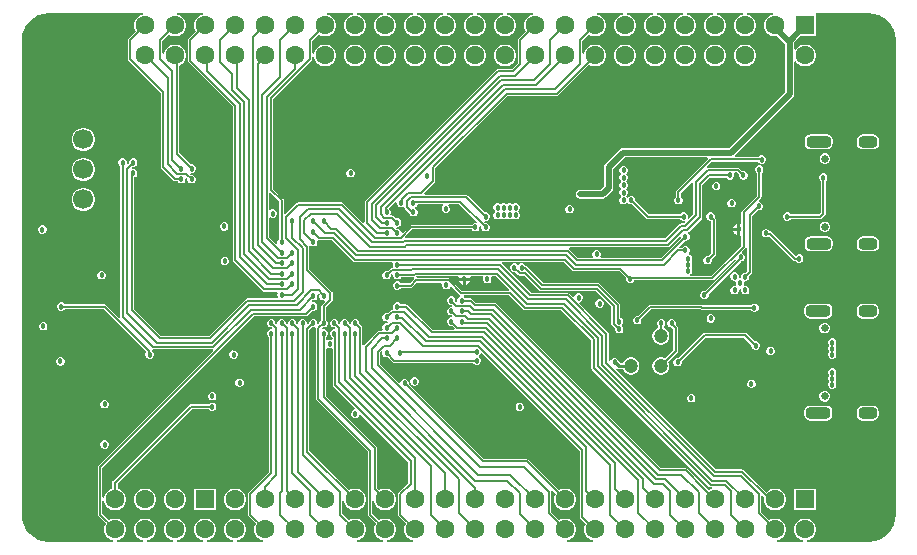
<source format=gbl>
G04*
G04 #@! TF.GenerationSoftware,Altium Limited,Altium Designer,21.1.1 (26)*
G04*
G04 Layer_Physical_Order=4*
G04 Layer_Color=16711680*
%FSLAX25Y25*%
%MOIN*%
G70*
G04*
G04 #@! TF.SameCoordinates,DA73CDCF-2591-419C-BC5F-B2C7988706A4*
G04*
G04*
G04 #@! TF.FilePolarity,Positive*
G04*
G01*
G75*
%ADD10C,0.01000*%
%ADD11C,0.02000*%
%ADD13C,0.00600*%
%ADD14C,0.00800*%
%ADD19C,0.00500*%
%ADD25R,0.06693X0.06693*%
%ADD94C,0.06693*%
%ADD95R,0.06299X0.06299*%
%ADD96C,0.06299*%
%ADD97C,0.02559*%
G04:AMPARAMS|DCode=98|XSize=39.37mil|YSize=62.99mil|CornerRadius=14.76mil|HoleSize=0mil|Usage=FLASHONLY|Rotation=90.000|XOffset=0mil|YOffset=0mil|HoleType=Round|Shape=RoundedRectangle|*
%AMROUNDEDRECTD98*
21,1,0.03937,0.03347,0,0,90.0*
21,1,0.00984,0.06299,0,0,90.0*
1,1,0.02953,0.01673,0.00492*
1,1,0.02953,0.01673,-0.00492*
1,1,0.02953,-0.01673,-0.00492*
1,1,0.02953,-0.01673,0.00492*
%
%ADD98ROUNDEDRECTD98*%
G04:AMPARAMS|DCode=99|XSize=39.37mil|YSize=82.68mil|CornerRadius=14.76mil|HoleSize=0mil|Usage=FLASHONLY|Rotation=90.000|XOffset=0mil|YOffset=0mil|HoleType=Round|Shape=RoundedRectangle|*
%AMROUNDEDRECTD99*
21,1,0.03937,0.05315,0,0,90.0*
21,1,0.00984,0.08268,0,0,90.0*
1,1,0.02953,0.02657,0.00492*
1,1,0.02953,0.02657,-0.00492*
1,1,0.02953,-0.02657,-0.00492*
1,1,0.02953,-0.02657,0.00492*
%
%ADD99ROUNDEDRECTD99*%
%ADD100C,0.01800*%
%ADD101C,0.17717*%
%ADD110C,0.04724*%
G36*
X1521697Y1346823D02*
X1520975Y1346629D01*
X1520142Y1346149D01*
X1519463Y1345469D01*
X1518982Y1344637D01*
X1518734Y1343709D01*
Y1342748D01*
X1518982Y1341820D01*
X1519463Y1340987D01*
X1520142Y1340308D01*
X1520975Y1339828D01*
X1521903Y1339579D01*
X1522864D01*
X1523101Y1339643D01*
X1525753Y1336991D01*
Y1320916D01*
X1510419Y1305581D01*
X1510419Y1305581D01*
X1507178Y1302340D01*
X1471811D01*
X1471226Y1302224D01*
X1470730Y1301892D01*
X1465919Y1297081D01*
X1465587Y1296585D01*
X1465471Y1296000D01*
Y1289633D01*
X1464367Y1288529D01*
X1457500D01*
X1456915Y1288413D01*
X1456419Y1288081D01*
X1456087Y1287585D01*
X1455971Y1287000D01*
X1456087Y1286415D01*
X1456419Y1285919D01*
X1456915Y1285587D01*
X1457500Y1285471D01*
X1465000D01*
X1465585Y1285587D01*
X1466081Y1285919D01*
X1468081Y1287919D01*
X1468413Y1288415D01*
X1468529Y1289000D01*
Y1295366D01*
X1472445Y1299282D01*
X1499921D01*
X1500128Y1298782D01*
X1489653Y1288307D01*
X1489476Y1288042D01*
X1489414Y1287730D01*
X1489414Y1287730D01*
Y1286158D01*
X1489043Y1285787D01*
X1488830Y1285272D01*
Y1284715D01*
X1489043Y1284201D01*
X1489437Y1283807D01*
X1489951Y1283594D01*
X1490508D01*
X1491023Y1283807D01*
X1491417Y1284201D01*
X1491630Y1284715D01*
Y1285272D01*
X1491417Y1285787D01*
X1491046Y1286158D01*
Y1287392D01*
X1494746Y1291092D01*
X1494930Y1291058D01*
X1495235Y1290875D01*
Y1280317D01*
X1493801Y1278882D01*
X1493377Y1279165D01*
X1493400Y1279222D01*
Y1279778D01*
X1493187Y1280293D01*
X1492793Y1280687D01*
X1492278Y1280900D01*
X1491722D01*
X1491207Y1280687D01*
X1490836Y1280316D01*
X1480338D01*
X1475900Y1284754D01*
Y1285279D01*
X1475687Y1285793D01*
X1475293Y1286187D01*
X1474778Y1286400D01*
X1474222D01*
X1473707Y1286187D01*
X1473577Y1286057D01*
X1473250Y1285836D01*
X1473003Y1286003D01*
X1472836Y1286250D01*
X1473057Y1286577D01*
X1473187Y1286707D01*
X1473400Y1287222D01*
Y1287778D01*
X1473187Y1288293D01*
X1473057Y1288423D01*
X1472836Y1288750D01*
X1473057Y1289077D01*
X1473187Y1289207D01*
X1473400Y1289721D01*
Y1290279D01*
X1473187Y1290793D01*
X1473057Y1290923D01*
X1472836Y1291250D01*
X1473057Y1291577D01*
X1473187Y1291707D01*
X1473400Y1292222D01*
Y1292778D01*
X1473187Y1293293D01*
X1473057Y1293423D01*
X1472836Y1293750D01*
X1473057Y1294077D01*
X1473187Y1294207D01*
X1473400Y1294722D01*
Y1295278D01*
X1473187Y1295793D01*
X1472793Y1296187D01*
X1472278Y1296400D01*
X1471721D01*
X1471207Y1296187D01*
X1470813Y1295793D01*
X1470600Y1295278D01*
Y1294722D01*
X1470813Y1294207D01*
X1470944Y1294077D01*
X1471164Y1293750D01*
X1470944Y1293423D01*
X1470813Y1293293D01*
X1470600Y1292778D01*
Y1292222D01*
X1470813Y1291707D01*
X1470944Y1291577D01*
X1471164Y1291250D01*
X1470944Y1290923D01*
X1470813Y1290793D01*
X1470600Y1290279D01*
Y1289721D01*
X1470813Y1289207D01*
X1470944Y1289077D01*
X1471164Y1288750D01*
X1470944Y1288423D01*
X1470813Y1288293D01*
X1470600Y1287778D01*
Y1287222D01*
X1470813Y1286707D01*
X1470944Y1286577D01*
X1471164Y1286250D01*
X1470944Y1285923D01*
X1470813Y1285793D01*
X1470600Y1285279D01*
Y1284721D01*
X1470813Y1284207D01*
X1471207Y1283813D01*
X1471721Y1283600D01*
X1472278D01*
X1472793Y1283813D01*
X1472923Y1283943D01*
X1473250Y1284164D01*
X1473577Y1283943D01*
X1473707Y1283813D01*
X1474222Y1283600D01*
X1474747D01*
X1479423Y1278923D01*
X1479423Y1278923D01*
X1479688Y1278746D01*
X1480000Y1278684D01*
X1490836D01*
X1491207Y1278313D01*
X1491722Y1278100D01*
X1492278D01*
X1492335Y1278123D01*
X1492618Y1277699D01*
X1492183Y1277265D01*
X1491000D01*
X1491000Y1277265D01*
X1490707Y1277207D01*
X1490459Y1277041D01*
X1485683Y1272265D01*
X1399318D01*
X1399111Y1272765D01*
X1401582Y1275235D01*
X1421301D01*
X1421313Y1275207D01*
X1421707Y1274813D01*
X1422221Y1274600D01*
X1422779D01*
X1423293Y1274813D01*
X1423687Y1275207D01*
X1423900Y1275721D01*
Y1276177D01*
X1424156Y1276367D01*
X1424362Y1276439D01*
X1424600Y1276235D01*
Y1275721D01*
X1424813Y1275207D01*
X1425207Y1274813D01*
X1425721Y1274600D01*
X1426278D01*
X1426793Y1274813D01*
X1427187Y1275207D01*
X1427400Y1275721D01*
Y1276278D01*
X1427187Y1276793D01*
X1426793Y1277187D01*
X1426278Y1277400D01*
X1425765D01*
X1425561Y1277638D01*
X1425632Y1277843D01*
X1425823Y1278100D01*
X1426278D01*
X1426793Y1278313D01*
X1427187Y1278707D01*
X1427400Y1279222D01*
Y1279778D01*
X1427187Y1280293D01*
X1426793Y1280687D01*
X1426278Y1280900D01*
X1425721D01*
X1425693Y1280888D01*
X1420041Y1286541D01*
X1419793Y1286707D01*
X1419500Y1286765D01*
X1405653D01*
X1405446Y1287265D01*
X1409041Y1290859D01*
X1409206Y1291107D01*
X1409265Y1291400D01*
Y1295577D01*
X1433423Y1319735D01*
X1449655D01*
X1449947Y1319794D01*
X1450196Y1319959D01*
X1459541Y1329304D01*
X1459541Y1329304D01*
X1459541Y1329305D01*
X1460397Y1330161D01*
X1460975Y1329827D01*
X1461903Y1329579D01*
X1462864D01*
X1463792Y1329827D01*
X1464624Y1330308D01*
X1465304Y1330987D01*
X1465784Y1331820D01*
X1466033Y1332748D01*
Y1333709D01*
X1465784Y1334637D01*
X1465304Y1335469D01*
X1464624Y1336149D01*
X1463792Y1336629D01*
X1462864Y1336878D01*
X1461903D01*
X1460975Y1336629D01*
X1460142Y1336149D01*
X1459463Y1335469D01*
X1458982Y1334637D01*
X1458765Y1333825D01*
X1458265Y1333891D01*
Y1338028D01*
X1460397Y1340161D01*
X1460975Y1339828D01*
X1461903Y1339579D01*
X1462864D01*
X1463792Y1339828D01*
X1464624Y1340308D01*
X1465304Y1340987D01*
X1465784Y1341820D01*
X1466033Y1342748D01*
Y1343709D01*
X1465784Y1344637D01*
X1465304Y1345469D01*
X1464624Y1346149D01*
X1463792Y1346629D01*
X1463069Y1346823D01*
X1463135Y1347323D01*
X1471632D01*
X1471697Y1346823D01*
X1470975Y1346629D01*
X1470142Y1346149D01*
X1469463Y1345469D01*
X1468982Y1344637D01*
X1468734Y1343709D01*
Y1342748D01*
X1468982Y1341820D01*
X1469463Y1340987D01*
X1470142Y1340308D01*
X1470975Y1339828D01*
X1471903Y1339579D01*
X1472864D01*
X1473792Y1339828D01*
X1474624Y1340308D01*
X1475304Y1340987D01*
X1475784Y1341820D01*
X1476033Y1342748D01*
Y1343709D01*
X1475784Y1344637D01*
X1475304Y1345469D01*
X1474624Y1346149D01*
X1473792Y1346629D01*
X1473069Y1346823D01*
X1473135Y1347323D01*
X1481631D01*
X1481697Y1346823D01*
X1480974Y1346629D01*
X1480142Y1346149D01*
X1479463Y1345469D01*
X1478982Y1344637D01*
X1478734Y1343709D01*
Y1342748D01*
X1478982Y1341820D01*
X1479463Y1340987D01*
X1480142Y1340308D01*
X1480974Y1339828D01*
X1481903Y1339579D01*
X1482864D01*
X1483792Y1339828D01*
X1484624Y1340308D01*
X1485304Y1340987D01*
X1485784Y1341820D01*
X1486033Y1342748D01*
Y1343709D01*
X1485784Y1344637D01*
X1485304Y1345469D01*
X1484624Y1346149D01*
X1483792Y1346629D01*
X1483069Y1346823D01*
X1483135Y1347323D01*
X1491632D01*
X1491697Y1346823D01*
X1490975Y1346629D01*
X1490142Y1346149D01*
X1489463Y1345469D01*
X1488982Y1344637D01*
X1488734Y1343709D01*
Y1342748D01*
X1488982Y1341820D01*
X1489463Y1340987D01*
X1490142Y1340308D01*
X1490975Y1339828D01*
X1491903Y1339579D01*
X1492864D01*
X1493792Y1339828D01*
X1494624Y1340308D01*
X1495304Y1340987D01*
X1495784Y1341820D01*
X1496033Y1342748D01*
Y1343709D01*
X1495784Y1344637D01*
X1495304Y1345469D01*
X1494624Y1346149D01*
X1493792Y1346629D01*
X1493069Y1346823D01*
X1493135Y1347323D01*
X1501632D01*
X1501697Y1346823D01*
X1500974Y1346629D01*
X1500142Y1346149D01*
X1499463Y1345469D01*
X1498982Y1344637D01*
X1498734Y1343709D01*
Y1342748D01*
X1498982Y1341820D01*
X1499463Y1340987D01*
X1500142Y1340308D01*
X1500974Y1339828D01*
X1501903Y1339579D01*
X1502864D01*
X1503792Y1339828D01*
X1504624Y1340308D01*
X1505304Y1340987D01*
X1505784Y1341820D01*
X1506033Y1342748D01*
Y1343709D01*
X1505784Y1344637D01*
X1505304Y1345469D01*
X1504624Y1346149D01*
X1503792Y1346629D01*
X1503069Y1346823D01*
X1503135Y1347323D01*
X1511631D01*
X1511697Y1346823D01*
X1510975Y1346629D01*
X1510142Y1346149D01*
X1509463Y1345469D01*
X1508982Y1344637D01*
X1508734Y1343709D01*
Y1342748D01*
X1508982Y1341820D01*
X1509463Y1340987D01*
X1510142Y1340308D01*
X1510975Y1339828D01*
X1511903Y1339579D01*
X1512864D01*
X1513792Y1339828D01*
X1514624Y1340308D01*
X1515304Y1340987D01*
X1515784Y1341820D01*
X1516033Y1342748D01*
Y1343709D01*
X1515784Y1344637D01*
X1515304Y1345469D01*
X1514624Y1346149D01*
X1513792Y1346629D01*
X1513069Y1346823D01*
X1513135Y1347323D01*
X1521632D01*
X1521697Y1346823D01*
D02*
G37*
G36*
X1441697D02*
X1440975Y1346629D01*
X1440142Y1346149D01*
X1439463Y1345469D01*
X1438982Y1344637D01*
X1438734Y1343709D01*
Y1342748D01*
X1438982Y1341820D01*
X1439316Y1341242D01*
X1436959Y1338886D01*
X1436794Y1338638D01*
X1436735Y1338345D01*
Y1330783D01*
X1434717Y1328765D01*
X1430000D01*
X1429707Y1328706D01*
X1429459Y1328541D01*
X1385959Y1285041D01*
X1385793Y1284793D01*
X1385735Y1284500D01*
Y1277553D01*
X1385250Y1277331D01*
X1378541Y1284041D01*
X1378293Y1284206D01*
X1378000Y1284265D01*
X1363500D01*
X1363207Y1284206D01*
X1362959Y1284041D01*
X1362959Y1284041D01*
X1359265Y1280346D01*
X1358765Y1280553D01*
Y1285000D01*
X1358765Y1285000D01*
X1358706Y1285293D01*
X1358541Y1285541D01*
X1355265Y1288817D01*
Y1318683D01*
X1368041Y1331459D01*
X1368041Y1331459D01*
X1368207Y1331707D01*
X1368265Y1332000D01*
X1368265Y1332000D01*
Y1332566D01*
X1368765Y1332632D01*
X1368982Y1331820D01*
X1369463Y1330987D01*
X1370142Y1330308D01*
X1370975Y1329827D01*
X1371903Y1329579D01*
X1372864D01*
X1373792Y1329827D01*
X1374624Y1330308D01*
X1375304Y1330987D01*
X1375784Y1331820D01*
X1376033Y1332748D01*
Y1333709D01*
X1375784Y1334637D01*
X1375304Y1335469D01*
X1374624Y1336149D01*
X1373792Y1336629D01*
X1372864Y1336878D01*
X1371903D01*
X1370975Y1336629D01*
X1370142Y1336149D01*
X1369463Y1335469D01*
X1368982Y1334637D01*
X1368765Y1333825D01*
X1368265Y1333891D01*
Y1338028D01*
X1370397Y1340161D01*
X1370975Y1339828D01*
X1371903Y1339579D01*
X1372864D01*
X1373792Y1339828D01*
X1374624Y1340308D01*
X1375304Y1340987D01*
X1375784Y1341820D01*
X1376033Y1342748D01*
Y1343709D01*
X1375784Y1344637D01*
X1375304Y1345469D01*
X1374624Y1346149D01*
X1373792Y1346629D01*
X1373069Y1346823D01*
X1373135Y1347323D01*
X1381631D01*
X1381697Y1346823D01*
X1380974Y1346629D01*
X1380142Y1346149D01*
X1379463Y1345469D01*
X1378982Y1344637D01*
X1378734Y1343709D01*
Y1342748D01*
X1378982Y1341820D01*
X1379463Y1340987D01*
X1380142Y1340308D01*
X1380974Y1339828D01*
X1381903Y1339579D01*
X1382864D01*
X1383792Y1339828D01*
X1384624Y1340308D01*
X1385304Y1340987D01*
X1385784Y1341820D01*
X1386033Y1342748D01*
Y1343709D01*
X1385784Y1344637D01*
X1385304Y1345469D01*
X1384624Y1346149D01*
X1383792Y1346629D01*
X1383069Y1346823D01*
X1383135Y1347323D01*
X1391632D01*
X1391697Y1346823D01*
X1390975Y1346629D01*
X1390142Y1346149D01*
X1389463Y1345469D01*
X1388982Y1344637D01*
X1388734Y1343709D01*
Y1342748D01*
X1388982Y1341820D01*
X1389463Y1340987D01*
X1390142Y1340308D01*
X1390975Y1339828D01*
X1391903Y1339579D01*
X1392864D01*
X1393792Y1339828D01*
X1394624Y1340308D01*
X1395304Y1340987D01*
X1395784Y1341820D01*
X1396033Y1342748D01*
Y1343709D01*
X1395784Y1344637D01*
X1395304Y1345469D01*
X1394624Y1346149D01*
X1393792Y1346629D01*
X1393069Y1346823D01*
X1393135Y1347323D01*
X1401632D01*
X1401697Y1346823D01*
X1400974Y1346629D01*
X1400142Y1346149D01*
X1399463Y1345469D01*
X1398982Y1344637D01*
X1398734Y1343709D01*
Y1342748D01*
X1398982Y1341820D01*
X1399463Y1340987D01*
X1400142Y1340308D01*
X1400974Y1339828D01*
X1401903Y1339579D01*
X1402864D01*
X1403792Y1339828D01*
X1404624Y1340308D01*
X1405304Y1340987D01*
X1405784Y1341820D01*
X1406033Y1342748D01*
Y1343709D01*
X1405784Y1344637D01*
X1405304Y1345469D01*
X1404624Y1346149D01*
X1403792Y1346629D01*
X1403069Y1346823D01*
X1403135Y1347323D01*
X1411631D01*
X1411697Y1346823D01*
X1410975Y1346629D01*
X1410142Y1346149D01*
X1409463Y1345469D01*
X1408982Y1344637D01*
X1408734Y1343709D01*
Y1342748D01*
X1408982Y1341820D01*
X1409463Y1340987D01*
X1410142Y1340308D01*
X1410975Y1339828D01*
X1411903Y1339579D01*
X1412864D01*
X1413792Y1339828D01*
X1414624Y1340308D01*
X1415304Y1340987D01*
X1415784Y1341820D01*
X1416033Y1342748D01*
Y1343709D01*
X1415784Y1344637D01*
X1415304Y1345469D01*
X1414624Y1346149D01*
X1413792Y1346629D01*
X1413069Y1346823D01*
X1413135Y1347323D01*
X1421632D01*
X1421697Y1346823D01*
X1420975Y1346629D01*
X1420142Y1346149D01*
X1419463Y1345469D01*
X1418982Y1344637D01*
X1418734Y1343709D01*
Y1342748D01*
X1418982Y1341820D01*
X1419463Y1340987D01*
X1420142Y1340308D01*
X1420975Y1339828D01*
X1421903Y1339579D01*
X1422864D01*
X1423792Y1339828D01*
X1424624Y1340308D01*
X1425304Y1340987D01*
X1425784Y1341820D01*
X1426033Y1342748D01*
Y1343709D01*
X1425784Y1344637D01*
X1425304Y1345469D01*
X1424624Y1346149D01*
X1423792Y1346629D01*
X1423069Y1346823D01*
X1423135Y1347323D01*
X1431631D01*
X1431697Y1346823D01*
X1430974Y1346629D01*
X1430142Y1346149D01*
X1429463Y1345469D01*
X1428982Y1344637D01*
X1428734Y1343709D01*
Y1342748D01*
X1428982Y1341820D01*
X1429463Y1340987D01*
X1430142Y1340308D01*
X1430974Y1339828D01*
X1431903Y1339579D01*
X1432864D01*
X1433792Y1339828D01*
X1434624Y1340308D01*
X1435304Y1340987D01*
X1435784Y1341820D01*
X1436033Y1342748D01*
Y1343709D01*
X1435784Y1344637D01*
X1435304Y1345469D01*
X1434624Y1346149D01*
X1433792Y1346629D01*
X1433069Y1346823D01*
X1433135Y1347323D01*
X1441632D01*
X1441697Y1346823D01*
D02*
G37*
G36*
X1555571Y1347165D02*
X1557229Y1346663D01*
X1558756Y1345846D01*
X1560095Y1344747D01*
X1561194Y1343408D01*
X1562010Y1341881D01*
X1562513Y1340224D01*
X1562679Y1338541D01*
X1562671Y1338500D01*
Y1179957D01*
X1562679Y1179916D01*
X1562513Y1178233D01*
X1562010Y1176576D01*
X1561194Y1175048D01*
X1560095Y1173709D01*
X1558756Y1172611D01*
X1557229Y1171794D01*
X1555571Y1171291D01*
X1553889Y1171126D01*
X1553848Y1171134D01*
X1533135D01*
X1533069Y1171634D01*
X1533792Y1171828D01*
X1534624Y1172308D01*
X1535304Y1172987D01*
X1535784Y1173820D01*
X1536033Y1174748D01*
Y1175709D01*
X1535784Y1176637D01*
X1535304Y1177469D01*
X1534624Y1178149D01*
X1533792Y1178629D01*
X1532864Y1178878D01*
X1531903D01*
X1530974Y1178629D01*
X1530142Y1178149D01*
X1529463Y1177469D01*
X1528982Y1176637D01*
X1528734Y1175709D01*
Y1174748D01*
X1528982Y1173820D01*
X1529463Y1172987D01*
X1530142Y1172308D01*
X1530974Y1171828D01*
X1531697Y1171634D01*
X1531632Y1171134D01*
X1523135D01*
X1523069Y1171634D01*
X1523792Y1171828D01*
X1524624Y1172308D01*
X1525304Y1172987D01*
X1525784Y1173820D01*
X1526033Y1174748D01*
Y1175709D01*
X1525784Y1176637D01*
X1525304Y1177469D01*
X1524624Y1178149D01*
X1523792Y1178629D01*
X1522864Y1178878D01*
X1521903D01*
X1520975Y1178629D01*
X1520397Y1178296D01*
X1517765Y1180928D01*
Y1186447D01*
X1518265Y1186654D01*
X1518779Y1186139D01*
X1518838Y1186100D01*
X1518734Y1185709D01*
Y1184748D01*
X1518982Y1183820D01*
X1519463Y1182987D01*
X1520142Y1182308D01*
X1520975Y1181828D01*
X1521903Y1181579D01*
X1522864D01*
X1523792Y1181828D01*
X1524624Y1182308D01*
X1525304Y1182987D01*
X1525784Y1183820D01*
X1526033Y1184748D01*
Y1185709D01*
X1525784Y1186637D01*
X1525304Y1187469D01*
X1524624Y1188149D01*
X1523792Y1188629D01*
X1522864Y1188878D01*
X1521903D01*
X1520975Y1188629D01*
X1520142Y1188149D01*
X1519538Y1187544D01*
X1512041Y1195041D01*
X1511793Y1195207D01*
X1511500Y1195265D01*
X1502817D01*
X1469491Y1228591D01*
X1469809Y1228979D01*
X1470098Y1228786D01*
X1470488Y1228709D01*
X1471693D01*
X1471716Y1228624D01*
X1472093Y1227971D01*
X1472626Y1227438D01*
X1473278Y1227061D01*
X1474006Y1226866D01*
X1474760D01*
X1475488Y1227061D01*
X1476141Y1227438D01*
X1476674Y1227971D01*
X1477050Y1228624D01*
X1477245Y1229352D01*
Y1230105D01*
X1477050Y1230833D01*
X1476674Y1231486D01*
X1476141Y1232019D01*
X1475488Y1232395D01*
X1474760Y1232591D01*
X1474006D01*
X1473278Y1232395D01*
X1472626Y1232019D01*
X1472093Y1231486D01*
X1471716Y1230833D01*
X1471693Y1230748D01*
X1470910D01*
X1470400Y1231258D01*
Y1231279D01*
X1470187Y1231793D01*
X1469793Y1232187D01*
X1469279Y1232400D01*
X1468721D01*
X1468207Y1232187D01*
X1467813Y1231793D01*
X1467733Y1231600D01*
X1467138Y1231397D01*
X1467007Y1231484D01*
Y1240382D01*
X1467007Y1240382D01*
X1466949Y1240675D01*
X1466783Y1240923D01*
X1457106Y1250600D01*
X1457279Y1251100D01*
X1457793Y1251313D01*
X1458187Y1251707D01*
X1458400Y1252221D01*
Y1252779D01*
X1458187Y1253293D01*
X1457793Y1253687D01*
X1457279Y1253900D01*
X1456721D01*
X1456207Y1253687D01*
X1455813Y1253293D01*
X1455600Y1252779D01*
X1455100Y1252606D01*
X1453833Y1253873D01*
X1453585Y1254039D01*
X1453292Y1254097D01*
X1441159D01*
X1431333Y1263923D01*
X1431487Y1264386D01*
X1431516Y1264423D01*
X1451995D01*
X1454959Y1261459D01*
X1455207Y1261294D01*
X1455500Y1261235D01*
X1470618D01*
X1472827Y1259027D01*
X1472815Y1258999D01*
Y1258442D01*
X1473028Y1257927D01*
X1473422Y1257533D01*
X1473936Y1257320D01*
X1474493D01*
X1475008Y1257533D01*
X1475402Y1257927D01*
X1475529Y1258235D01*
X1501500D01*
X1501793Y1258294D01*
X1502041Y1258459D01*
X1508770Y1265189D01*
X1509334Y1265045D01*
X1509347Y1265000D01*
X1499146Y1254800D01*
X1498621D01*
X1498107Y1254587D01*
X1497713Y1254193D01*
X1497500Y1253679D01*
Y1253121D01*
X1497713Y1252607D01*
X1498107Y1252213D01*
X1498621Y1252000D01*
X1499179D01*
X1499693Y1252213D01*
X1500087Y1252607D01*
X1500300Y1253121D01*
Y1253646D01*
X1511154Y1264500D01*
X1511154Y1264500D01*
X1511220Y1264600D01*
X1511279D01*
X1511793Y1264813D01*
X1512187Y1265207D01*
X1512400Y1265722D01*
Y1266278D01*
X1512187Y1266793D01*
X1511793Y1267187D01*
X1511568Y1267280D01*
X1511443Y1267862D01*
X1512541Y1268959D01*
X1512684Y1269174D01*
X1512721Y1269179D01*
X1513184Y1268887D01*
Y1261259D01*
X1512766Y1260841D01*
X1512241D01*
X1511727Y1260628D01*
X1511333Y1260234D01*
X1511120Y1259719D01*
Y1259163D01*
X1510761Y1258994D01*
X1510746Y1259004D01*
X1510400Y1259439D01*
Y1259778D01*
X1510187Y1260293D01*
X1509793Y1260687D01*
X1509278Y1260900D01*
X1508722D01*
X1508207Y1260687D01*
X1507813Y1260293D01*
X1507600Y1259778D01*
Y1259221D01*
X1507813Y1258707D01*
X1508207Y1258313D01*
X1508722Y1258100D01*
X1509068D01*
X1509401Y1257694D01*
X1509418Y1257638D01*
X1509360Y1257499D01*
Y1256942D01*
X1509393Y1256862D01*
X1509387Y1256837D01*
X1509043Y1256400D01*
X1508722D01*
X1508207Y1256187D01*
X1507813Y1255793D01*
X1507600Y1255278D01*
Y1254722D01*
X1507813Y1254207D01*
X1508207Y1253813D01*
X1508722Y1253600D01*
X1509278D01*
X1509793Y1253813D01*
X1510187Y1254207D01*
X1510400Y1254722D01*
Y1254969D01*
X1510780Y1255401D01*
X1511100Y1255278D01*
Y1254722D01*
X1511313Y1254207D01*
X1511707Y1253813D01*
X1512222Y1253600D01*
X1512778D01*
X1513293Y1253813D01*
X1513687Y1254207D01*
X1513900Y1254722D01*
Y1255278D01*
X1513687Y1255793D01*
X1513293Y1256187D01*
X1512778Y1256400D01*
X1512477D01*
X1512127Y1256859D01*
X1512127Y1256862D01*
X1512160Y1256942D01*
Y1257499D01*
X1512127Y1257579D01*
X1512133Y1257604D01*
X1512477Y1258041D01*
X1512798D01*
X1513313Y1258254D01*
X1513706Y1258648D01*
X1513920Y1259163D01*
Y1259687D01*
X1514577Y1260345D01*
X1514577Y1260345D01*
X1514754Y1260609D01*
X1514816Y1260921D01*
X1514816Y1260921D01*
Y1279662D01*
X1516753Y1281600D01*
X1517278D01*
X1517793Y1281813D01*
X1518187Y1282207D01*
X1518400Y1282722D01*
Y1283278D01*
X1518187Y1283793D01*
X1517793Y1284187D01*
X1517278Y1284400D01*
X1517189D01*
X1516981Y1284900D01*
X1517743Y1285661D01*
X1517908Y1285909D01*
X1517966Y1286202D01*
Y1294000D01*
X1517995Y1294012D01*
X1518389Y1294406D01*
X1518602Y1294921D01*
Y1295477D01*
X1518389Y1295992D01*
X1517995Y1296386D01*
X1517480Y1296599D01*
X1516923D01*
X1516409Y1296386D01*
X1516015Y1295992D01*
X1515802Y1295477D01*
Y1294921D01*
X1516015Y1294406D01*
X1516409Y1294012D01*
X1516437Y1294000D01*
Y1286518D01*
X1511459Y1281541D01*
X1511294Y1281293D01*
X1511235Y1281000D01*
Y1277400D01*
X1510850Y1277142D01*
Y1275260D01*
Y1273378D01*
X1511235Y1273120D01*
Y1269817D01*
X1501183Y1259765D01*
X1494275D01*
X1494176Y1260265D01*
X1494293Y1260313D01*
X1494687Y1260707D01*
X1494900Y1261222D01*
Y1261779D01*
X1494687Y1262293D01*
X1494480Y1262500D01*
X1494687Y1262707D01*
X1494900Y1263221D01*
Y1263778D01*
X1494687Y1264293D01*
X1494480Y1264500D01*
X1494687Y1264707D01*
X1494900Y1265222D01*
Y1265779D01*
X1494687Y1266293D01*
X1494293Y1266687D01*
X1493876Y1266860D01*
X1493737Y1267201D01*
X1493709Y1267400D01*
X1493776Y1267467D01*
X1493989Y1267981D01*
Y1268538D01*
X1493776Y1269053D01*
X1493382Y1269447D01*
X1492868Y1269660D01*
X1492311D01*
X1491796Y1269447D01*
X1491402Y1269053D01*
X1491391Y1269024D01*
X1490643D01*
X1490435Y1269524D01*
X1492282Y1271372D01*
X1492311Y1271360D01*
X1492868D01*
X1493382Y1271573D01*
X1493776Y1271967D01*
X1493989Y1272481D01*
Y1273038D01*
X1493776Y1273553D01*
X1493520Y1273809D01*
X1493498Y1273910D01*
X1493536Y1274304D01*
X1493579Y1274404D01*
X1493662Y1274459D01*
X1498041Y1278838D01*
X1498207Y1279086D01*
X1498265Y1279379D01*
Y1290062D01*
X1500676Y1292474D01*
X1506207D01*
X1506218Y1292445D01*
X1506612Y1292052D01*
X1507127Y1291838D01*
X1507684D01*
X1508198Y1292052D01*
X1508592Y1292445D01*
X1508805Y1292960D01*
Y1293517D01*
X1508715Y1293735D01*
X1509042Y1294235D01*
X1509827D01*
X1510517Y1293545D01*
X1510505Y1293517D01*
Y1292960D01*
X1510718Y1292445D01*
X1511112Y1292052D01*
X1511627Y1291838D01*
X1512184D01*
X1512698Y1292052D01*
X1513092Y1292445D01*
X1513305Y1292960D01*
Y1293517D01*
X1513092Y1294031D01*
X1512698Y1294425D01*
X1512184Y1294638D01*
X1511627D01*
X1511598Y1294627D01*
X1510684Y1295541D01*
X1510436Y1295706D01*
X1510144Y1295765D01*
X1500125D01*
X1499942Y1296070D01*
X1499908Y1296254D01*
X1501393Y1297740D01*
X1516800D01*
X1516813Y1297707D01*
X1517207Y1297313D01*
X1517721Y1297100D01*
X1518279D01*
X1518793Y1297313D01*
X1519187Y1297707D01*
X1519400Y1298221D01*
Y1298779D01*
X1519187Y1299293D01*
X1518793Y1299687D01*
X1518279Y1299900D01*
X1517721D01*
X1517207Y1299687D01*
X1516891Y1299371D01*
X1509234D01*
X1509034Y1299871D01*
X1512581Y1303419D01*
X1512582Y1303419D01*
X1528364Y1319201D01*
X1528695Y1319697D01*
X1528812Y1320282D01*
Y1331115D01*
X1529312Y1331249D01*
X1529463Y1330987D01*
X1530142Y1330308D01*
X1530974Y1329827D01*
X1531903Y1329579D01*
X1532864D01*
X1533792Y1329827D01*
X1534624Y1330308D01*
X1535304Y1330987D01*
X1535784Y1331820D01*
X1536033Y1332748D01*
Y1333709D01*
X1535784Y1334637D01*
X1535304Y1335469D01*
X1534624Y1336149D01*
X1533792Y1336629D01*
X1532864Y1336878D01*
X1531903D01*
X1530974Y1336629D01*
X1530142Y1336149D01*
X1529463Y1335469D01*
X1529312Y1335208D01*
X1528812Y1335342D01*
Y1337494D01*
X1530896Y1339579D01*
X1536033D01*
Y1346823D01*
X1536033Y1346878D01*
X1536166Y1347323D01*
X1553848D01*
X1553889Y1347331D01*
X1555571Y1347165D01*
D02*
G37*
G36*
X1357235Y1284683D02*
Y1272199D01*
X1357207Y1272187D01*
X1356813Y1271793D01*
X1356600Y1271278D01*
Y1270722D01*
X1356623Y1270665D01*
X1356199Y1270382D01*
X1353765Y1272817D01*
Y1279048D01*
X1354004Y1279192D01*
X1354265Y1279289D01*
X1354722Y1279100D01*
X1355278D01*
X1355793Y1279313D01*
X1356187Y1279707D01*
X1356400Y1280221D01*
Y1280779D01*
X1356187Y1281293D01*
X1355793Y1281687D01*
X1355278Y1281900D01*
X1354722D01*
X1354265Y1281711D01*
X1354004Y1281808D01*
X1353765Y1281952D01*
Y1287447D01*
X1354265Y1287654D01*
X1357235Y1284683D01*
D02*
G37*
G36*
X1395941Y1284371D02*
X1396400Y1284126D01*
Y1283722D01*
X1396613Y1283207D01*
X1397007Y1282813D01*
X1397521Y1282600D01*
X1398079D01*
X1398484Y1282768D01*
X1398687Y1282721D01*
X1398816Y1282658D01*
X1399010Y1282523D01*
X1399043Y1282358D01*
X1399208Y1282110D01*
X1400500Y1280819D01*
Y1280721D01*
X1400713Y1280207D01*
X1401107Y1279813D01*
X1401622Y1279600D01*
X1402178D01*
X1402693Y1279813D01*
X1403087Y1280207D01*
X1403300Y1280721D01*
Y1281279D01*
X1403087Y1281793D01*
X1402693Y1282187D01*
X1402590Y1282229D01*
Y1282771D01*
X1402693Y1282813D01*
X1403087Y1283207D01*
X1403300Y1283722D01*
Y1283735D01*
X1411782D01*
X1411913Y1283386D01*
X1411926Y1283235D01*
X1411563Y1282873D01*
X1411350Y1282358D01*
Y1281801D01*
X1411563Y1281287D01*
X1411957Y1280893D01*
X1412472Y1280680D01*
X1413029D01*
X1413543Y1280893D01*
X1413937Y1281287D01*
X1414150Y1281801D01*
Y1282358D01*
X1413937Y1282873D01*
X1413574Y1283235D01*
X1413588Y1283386D01*
X1413718Y1283735D01*
X1417183D01*
X1423118Y1277801D01*
X1422835Y1277377D01*
X1422779Y1277400D01*
X1422221D01*
X1421707Y1277187D01*
X1421313Y1276793D01*
X1421301Y1276765D01*
X1401265D01*
X1401265Y1276765D01*
X1400972Y1276707D01*
X1400724Y1276541D01*
X1400724Y1276541D01*
X1398400Y1274216D01*
X1398208Y1274240D01*
X1397857Y1274381D01*
X1397687Y1274793D01*
X1397293Y1275187D01*
X1396778Y1275400D01*
X1396265D01*
X1396061Y1275638D01*
X1396132Y1275843D01*
X1396323Y1276100D01*
X1396778D01*
X1397293Y1276313D01*
X1397687Y1276707D01*
X1397900Y1277221D01*
Y1277779D01*
X1397687Y1278293D01*
X1397293Y1278687D01*
X1396778Y1278900D01*
X1396222D01*
X1396193Y1278888D01*
X1395391Y1279691D01*
X1395143Y1279856D01*
X1394850Y1279915D01*
X1394548D01*
X1394273Y1280415D01*
X1394400Y1280721D01*
Y1281279D01*
X1394187Y1281793D01*
X1393793Y1282187D01*
X1393787Y1282220D01*
X1395938Y1284371D01*
X1395941Y1284371D01*
D02*
G37*
G36*
X1370500Y1271735D02*
X1370500Y1271735D01*
X1374683D01*
X1381771Y1264647D01*
X1382019Y1264482D01*
X1382312Y1264423D01*
X1394826D01*
X1395160Y1263923D01*
X1395100Y1263778D01*
Y1263221D01*
X1395227Y1262915D01*
X1394952Y1262415D01*
X1394650D01*
X1394357Y1262356D01*
X1394109Y1262191D01*
X1393307Y1261388D01*
X1393279Y1261400D01*
X1392721D01*
X1392207Y1261187D01*
X1391813Y1260793D01*
X1391600Y1260279D01*
Y1259721D01*
X1391813Y1259207D01*
X1392207Y1258813D01*
X1392721Y1258600D01*
X1393279D01*
X1393793Y1258813D01*
X1394187Y1259207D01*
X1394400Y1259721D01*
Y1260235D01*
X1394638Y1260439D01*
X1394843Y1260368D01*
X1395100Y1260177D01*
Y1259721D01*
X1395313Y1259207D01*
X1395707Y1258813D01*
X1396222Y1258600D01*
X1396778D01*
X1397293Y1258813D01*
X1397687Y1259207D01*
X1397699Y1259235D01*
X1401967D01*
X1402047Y1259132D01*
X1402180Y1258761D01*
X1400683Y1257265D01*
X1397699D01*
X1397687Y1257293D01*
X1397293Y1257687D01*
X1396778Y1257900D01*
X1396222D01*
X1395707Y1257687D01*
X1395313Y1257293D01*
X1395100Y1256779D01*
Y1256221D01*
X1395313Y1255707D01*
X1395707Y1255313D01*
X1396222Y1255100D01*
X1396778D01*
X1397293Y1255313D01*
X1397687Y1255707D01*
X1397699Y1255735D01*
X1401000D01*
X1401293Y1255793D01*
X1401541Y1255959D01*
X1403117Y1257535D01*
X1411246D01*
X1411580Y1257035D01*
X1411536Y1256929D01*
Y1256371D01*
X1411749Y1255857D01*
X1412143Y1255463D01*
X1412658Y1255250D01*
X1413215D01*
X1413729Y1255463D01*
X1414123Y1255857D01*
X1414167Y1255964D01*
X1414757Y1256081D01*
X1417379Y1253459D01*
X1417527Y1253360D01*
X1417554Y1252984D01*
X1417513Y1252814D01*
X1417207Y1252687D01*
X1416813Y1252293D01*
X1416600Y1251779D01*
Y1251323D01*
X1416343Y1251132D01*
X1416138Y1251061D01*
X1415900Y1251265D01*
Y1251779D01*
X1415687Y1252293D01*
X1415293Y1252687D01*
X1414779Y1252900D01*
X1414221D01*
X1413707Y1252687D01*
X1413313Y1252293D01*
X1413100Y1251779D01*
Y1251221D01*
X1413313Y1250707D01*
X1413707Y1250313D01*
X1414221Y1250100D01*
X1414735D01*
X1414939Y1249862D01*
X1414868Y1249657D01*
X1414677Y1249400D01*
X1414221D01*
X1413707Y1249187D01*
X1413313Y1248793D01*
X1413100Y1248279D01*
Y1247721D01*
X1413313Y1247207D01*
X1413707Y1246813D01*
X1414221Y1246600D01*
X1414735D01*
X1414939Y1246362D01*
X1414868Y1246157D01*
X1414677Y1245900D01*
X1414221D01*
X1413707Y1245687D01*
X1413313Y1245293D01*
X1413100Y1244779D01*
Y1244221D01*
X1413313Y1243707D01*
X1413707Y1243313D01*
X1414221Y1243100D01*
X1414779D01*
X1414807Y1243112D01*
X1415654Y1242265D01*
X1415447Y1241765D01*
X1408317D01*
X1400041Y1250041D01*
X1399793Y1250206D01*
X1399500Y1250265D01*
X1397699D01*
X1397687Y1250293D01*
X1397293Y1250687D01*
X1396778Y1250900D01*
X1396222D01*
X1395707Y1250687D01*
X1395313Y1250293D01*
X1395100Y1249778D01*
Y1249222D01*
X1395227Y1248915D01*
X1394952Y1248415D01*
X1394650D01*
X1394357Y1248357D01*
X1394109Y1248191D01*
X1393307Y1247388D01*
X1393279Y1247400D01*
X1392721D01*
X1392207Y1247187D01*
X1391813Y1246793D01*
X1391600Y1246278D01*
Y1245722D01*
X1391813Y1245207D01*
X1392207Y1244813D01*
X1392721Y1244600D01*
X1393177D01*
X1393368Y1244343D01*
X1393439Y1244138D01*
X1393235Y1243900D01*
X1392721D01*
X1392207Y1243687D01*
X1391813Y1243293D01*
X1391600Y1242778D01*
Y1242222D01*
X1391683Y1242022D01*
X1391348Y1241522D01*
X1390558D01*
X1390265Y1241464D01*
X1390017Y1241298D01*
X1385459Y1236741D01*
X1385415Y1236674D01*
X1384915Y1236826D01*
Y1242350D01*
X1384857Y1242643D01*
X1384691Y1242891D01*
X1383888Y1243693D01*
X1383900Y1243721D01*
Y1244279D01*
X1383687Y1244793D01*
X1383293Y1245187D01*
X1382778Y1245400D01*
X1382222D01*
X1381707Y1245187D01*
X1381313Y1244793D01*
X1381100Y1244279D01*
Y1243823D01*
X1380843Y1243632D01*
X1380638Y1243561D01*
X1380400Y1243765D01*
Y1244279D01*
X1380187Y1244793D01*
X1379793Y1245187D01*
X1379278Y1245400D01*
X1378722D01*
X1378207Y1245187D01*
X1377813Y1244793D01*
X1377600Y1244279D01*
Y1243823D01*
X1377343Y1243632D01*
X1377138Y1243561D01*
X1376900Y1243765D01*
Y1244279D01*
X1376687Y1244793D01*
X1376293Y1245187D01*
X1375778Y1245400D01*
X1375222D01*
X1374707Y1245187D01*
X1374313Y1244793D01*
X1374100Y1244279D01*
Y1243721D01*
X1374313Y1243207D01*
X1374707Y1242813D01*
X1375222Y1242600D01*
X1375735D01*
X1375939Y1242362D01*
X1375868Y1242157D01*
X1375677Y1241900D01*
X1375222D01*
X1374707Y1241687D01*
X1374313Y1241293D01*
X1374100Y1240779D01*
Y1240222D01*
X1374313Y1239707D01*
X1374707Y1239313D01*
X1374967Y1239205D01*
Y1238666D01*
X1374467Y1238337D01*
X1374252Y1238426D01*
X1373695D01*
X1373265Y1238248D01*
X1372947Y1238377D01*
X1372765Y1238504D01*
Y1239301D01*
X1372793Y1239313D01*
X1373187Y1239707D01*
X1373400Y1240222D01*
Y1240779D01*
X1373187Y1241293D01*
X1372793Y1241687D01*
X1372278Y1241900D01*
X1371823D01*
X1371632Y1242157D01*
X1371561Y1242362D01*
X1371765Y1242600D01*
X1372278D01*
X1372793Y1242813D01*
X1373187Y1243207D01*
X1373400Y1243721D01*
Y1244279D01*
X1373187Y1244793D01*
X1372793Y1245187D01*
X1372765Y1245199D01*
Y1249297D01*
X1374783Y1251316D01*
X1374949Y1251564D01*
X1375007Y1251857D01*
Y1253976D01*
X1374949Y1254269D01*
X1374783Y1254517D01*
X1367265Y1262035D01*
Y1269500D01*
X1367253Y1269560D01*
X1367707Y1269813D01*
X1368221Y1269600D01*
X1368779D01*
X1369293Y1269813D01*
X1369687Y1270207D01*
X1369900Y1270722D01*
Y1271278D01*
X1369832Y1271443D01*
X1370135Y1271726D01*
X1370230Y1271789D01*
X1370500Y1271735D01*
D02*
G37*
G36*
X1491022Y1272612D02*
X1491066Y1272318D01*
X1484513Y1265765D01*
X1464452D01*
X1464308Y1266004D01*
X1464211Y1266265D01*
X1464400Y1266722D01*
Y1267278D01*
X1464187Y1267793D01*
X1463793Y1268187D01*
X1463278Y1268400D01*
X1462722D01*
X1462207Y1268187D01*
X1461813Y1267793D01*
X1461600Y1267278D01*
Y1266722D01*
X1461789Y1266265D01*
X1461692Y1266004D01*
X1461548Y1265765D01*
X1456817D01*
X1453868Y1268713D01*
X1453835Y1268735D01*
X1453987Y1269235D01*
X1486621D01*
X1486914Y1269293D01*
X1487162Y1269459D01*
X1490491Y1272789D01*
X1491022Y1272612D01*
D02*
G37*
G36*
X1433829Y1255265D02*
X1433622Y1254765D01*
X1418236D01*
X1414160Y1258841D01*
X1413912Y1259007D01*
X1413620Y1259065D01*
X1403180D01*
X1402934Y1259565D01*
X1403066Y1259735D01*
X1416855D01*
X1417133Y1259320D01*
X1417085Y1259204D01*
X1420784D01*
X1420736Y1259320D01*
X1421014Y1259735D01*
X1424957D01*
X1425239Y1259235D01*
X1425118Y1258942D01*
Y1258385D01*
X1425331Y1257870D01*
X1425725Y1257476D01*
X1426239Y1257263D01*
X1426796D01*
X1427311Y1257476D01*
X1427705Y1257870D01*
X1427918Y1258385D01*
Y1258942D01*
X1427796Y1259235D01*
X1428079Y1259735D01*
X1429358D01*
X1433829Y1255265D01*
D02*
G37*
G36*
X1370712Y1253548D02*
X1370600Y1253279D01*
Y1252722D01*
X1370813Y1252207D01*
X1371207Y1251813D01*
X1371721Y1251600D01*
X1372198D01*
X1372357Y1251379D01*
X1372443Y1251138D01*
X1371459Y1250155D01*
X1371294Y1249907D01*
X1371235Y1249614D01*
Y1245199D01*
X1371207Y1245187D01*
X1370813Y1244793D01*
X1370600Y1244279D01*
Y1243765D01*
X1370362Y1243561D01*
X1370157Y1243632D01*
X1369900Y1243823D01*
Y1244279D01*
X1369687Y1244793D01*
X1369293Y1245187D01*
X1368779Y1245400D01*
X1368221D01*
X1367707Y1245187D01*
X1367313Y1244793D01*
X1367100Y1244279D01*
Y1243765D01*
X1366862Y1243561D01*
X1366657Y1243632D01*
X1366400Y1243823D01*
Y1244279D01*
X1366187Y1244793D01*
X1365793Y1245187D01*
X1365279Y1245400D01*
X1364721D01*
X1364207Y1245187D01*
X1363813Y1244793D01*
X1363600Y1244279D01*
Y1243823D01*
X1363343Y1243632D01*
X1363138Y1243561D01*
X1362900Y1243765D01*
Y1244279D01*
X1362687Y1244793D01*
X1362293Y1245187D01*
X1361779Y1245400D01*
X1361222D01*
X1360707Y1245187D01*
X1360313Y1244793D01*
X1360100Y1244279D01*
Y1243823D01*
X1359843Y1243632D01*
X1359638Y1243561D01*
X1359400Y1243765D01*
Y1244279D01*
X1359187Y1244793D01*
X1358793Y1245187D01*
X1358278Y1245400D01*
X1357722D01*
X1357207Y1245187D01*
X1356813Y1244793D01*
X1356600Y1244279D01*
Y1243823D01*
X1356343Y1243632D01*
X1356138Y1243561D01*
X1355900Y1243765D01*
Y1244279D01*
X1355687Y1244793D01*
X1355293Y1245187D01*
X1354778Y1245400D01*
X1354222D01*
X1353707Y1245187D01*
X1353313Y1244793D01*
X1353100Y1244279D01*
Y1243721D01*
X1353313Y1243207D01*
X1353707Y1242813D01*
X1354222Y1242600D01*
X1354735D01*
X1354939Y1242362D01*
X1354868Y1242157D01*
X1354677Y1241900D01*
X1354222D01*
X1353707Y1241687D01*
X1353313Y1241293D01*
X1353100Y1240779D01*
Y1240222D01*
X1353313Y1239707D01*
X1353707Y1239313D01*
X1353735Y1239301D01*
Y1194317D01*
X1346959Y1187541D01*
X1346793Y1187293D01*
X1346735Y1187000D01*
Y1180112D01*
X1346793Y1179819D01*
X1346959Y1179571D01*
X1349316Y1177214D01*
X1348982Y1176637D01*
X1348734Y1175709D01*
Y1174748D01*
X1348982Y1173820D01*
X1349463Y1172987D01*
X1350142Y1172308D01*
X1350974Y1171828D01*
X1351697Y1171634D01*
X1351632Y1171134D01*
X1343135D01*
X1343069Y1171634D01*
X1343792Y1171828D01*
X1344624Y1172308D01*
X1345304Y1172987D01*
X1345784Y1173820D01*
X1346033Y1174748D01*
Y1175709D01*
X1345784Y1176637D01*
X1345304Y1177469D01*
X1344624Y1178149D01*
X1343792Y1178629D01*
X1342864Y1178878D01*
X1341903D01*
X1340975Y1178629D01*
X1340142Y1178149D01*
X1339463Y1177469D01*
X1338982Y1176637D01*
X1338734Y1175709D01*
Y1174748D01*
X1338982Y1173820D01*
X1339463Y1172987D01*
X1340142Y1172308D01*
X1340975Y1171828D01*
X1341697Y1171634D01*
X1341632Y1171134D01*
X1333135D01*
X1333069Y1171634D01*
X1333792Y1171828D01*
X1334624Y1172308D01*
X1335304Y1172987D01*
X1335784Y1173820D01*
X1336033Y1174748D01*
Y1175709D01*
X1335784Y1176637D01*
X1335304Y1177469D01*
X1334624Y1178149D01*
X1333792Y1178629D01*
X1332864Y1178878D01*
X1331903D01*
X1330974Y1178629D01*
X1330142Y1178149D01*
X1329463Y1177469D01*
X1328982Y1176637D01*
X1328734Y1175709D01*
Y1174748D01*
X1328982Y1173820D01*
X1329463Y1172987D01*
X1330142Y1172308D01*
X1330974Y1171828D01*
X1331697Y1171634D01*
X1331632Y1171134D01*
X1323135D01*
X1323069Y1171634D01*
X1323792Y1171828D01*
X1324624Y1172308D01*
X1325304Y1172987D01*
X1325784Y1173820D01*
X1326033Y1174748D01*
Y1175709D01*
X1325784Y1176637D01*
X1325304Y1177469D01*
X1324624Y1178149D01*
X1323792Y1178629D01*
X1322864Y1178878D01*
X1321903D01*
X1320975Y1178629D01*
X1320142Y1178149D01*
X1319463Y1177469D01*
X1318982Y1176637D01*
X1318734Y1175709D01*
Y1174748D01*
X1318982Y1173820D01*
X1319463Y1172987D01*
X1320142Y1172308D01*
X1320975Y1171828D01*
X1321697Y1171634D01*
X1321632Y1171134D01*
X1313135D01*
X1313069Y1171634D01*
X1313792Y1171828D01*
X1314624Y1172308D01*
X1315304Y1172987D01*
X1315784Y1173820D01*
X1316033Y1174748D01*
Y1175709D01*
X1315784Y1176637D01*
X1315304Y1177469D01*
X1314624Y1178149D01*
X1313792Y1178629D01*
X1312864Y1178878D01*
X1311903D01*
X1310975Y1178629D01*
X1310142Y1178149D01*
X1309463Y1177469D01*
X1308982Y1176637D01*
X1308734Y1175709D01*
Y1174748D01*
X1308982Y1173820D01*
X1309463Y1172987D01*
X1310142Y1172308D01*
X1310975Y1171828D01*
X1311697Y1171634D01*
X1311632Y1171134D01*
X1303135D01*
X1303069Y1171634D01*
X1303792Y1171828D01*
X1304624Y1172308D01*
X1305304Y1172987D01*
X1305784Y1173820D01*
X1306033Y1174748D01*
Y1175709D01*
X1305784Y1176637D01*
X1305304Y1177469D01*
X1304624Y1178149D01*
X1303792Y1178629D01*
X1302864Y1178878D01*
X1301903D01*
X1300974Y1178629D01*
X1300397Y1178296D01*
X1298265Y1180428D01*
Y1184566D01*
X1298765Y1184632D01*
X1298982Y1183820D01*
X1299463Y1182987D01*
X1300142Y1182308D01*
X1300974Y1181828D01*
X1301903Y1181579D01*
X1302864D01*
X1303792Y1181828D01*
X1304624Y1182308D01*
X1305304Y1182987D01*
X1305784Y1183820D01*
X1306033Y1184748D01*
Y1185709D01*
X1305784Y1186637D01*
X1305304Y1187469D01*
X1304624Y1188149D01*
X1303792Y1188629D01*
X1303301Y1188761D01*
Y1190503D01*
X1328022Y1215224D01*
X1333798D01*
X1334067Y1214955D01*
X1334581Y1214742D01*
X1335139D01*
X1335653Y1214955D01*
X1336047Y1215349D01*
X1336260Y1215864D01*
Y1216421D01*
X1336047Y1216935D01*
X1335653Y1217329D01*
X1335139Y1217542D01*
X1334581D01*
X1334067Y1217329D01*
X1333798Y1217060D01*
X1327642D01*
X1327291Y1216990D01*
X1326993Y1216791D01*
X1301734Y1191532D01*
X1301535Y1191234D01*
X1301466Y1190883D01*
Y1188761D01*
X1300974Y1188629D01*
X1300142Y1188149D01*
X1299463Y1187469D01*
X1298982Y1186637D01*
X1298765Y1185825D01*
X1298265Y1185891D01*
Y1195683D01*
X1348817Y1246235D01*
X1366000D01*
X1366293Y1246294D01*
X1366541Y1246459D01*
X1368193Y1248112D01*
X1368221Y1248100D01*
X1368779D01*
X1369293Y1248313D01*
X1369687Y1248707D01*
X1369900Y1249222D01*
Y1249778D01*
X1369687Y1250293D01*
X1369293Y1250687D01*
X1368779Y1250900D01*
X1368323D01*
X1368132Y1251157D01*
X1368061Y1251362D01*
X1368265Y1251600D01*
X1368779D01*
X1369293Y1251813D01*
X1369687Y1252207D01*
X1369900Y1252722D01*
Y1253279D01*
X1369893Y1253295D01*
X1370200Y1253858D01*
X1370391Y1253893D01*
X1370712Y1253548D01*
D02*
G37*
G36*
X1369143Y1242706D02*
X1369490Y1242357D01*
X1369465Y1242229D01*
Y1218771D01*
X1369523Y1218478D01*
X1369689Y1218230D01*
X1386735Y1201183D01*
Y1180112D01*
X1386794Y1179819D01*
X1386959Y1179571D01*
X1389316Y1177214D01*
X1388982Y1176637D01*
X1388734Y1175709D01*
Y1174748D01*
X1388982Y1173820D01*
X1389463Y1172987D01*
X1390142Y1172308D01*
X1390975Y1171828D01*
X1391697Y1171634D01*
X1391632Y1171134D01*
X1383135D01*
X1383069Y1171634D01*
X1383792Y1171828D01*
X1384624Y1172308D01*
X1385304Y1172987D01*
X1385784Y1173820D01*
X1386033Y1174748D01*
Y1175709D01*
X1385784Y1176637D01*
X1385304Y1177469D01*
X1384624Y1178149D01*
X1383792Y1178629D01*
X1382864Y1178878D01*
X1381903D01*
X1380974Y1178629D01*
X1380397Y1178296D01*
X1378265Y1180428D01*
Y1184566D01*
X1378765Y1184632D01*
X1378982Y1183820D01*
X1379463Y1182987D01*
X1380142Y1182308D01*
X1380974Y1181828D01*
X1381903Y1181579D01*
X1382864D01*
X1383792Y1181828D01*
X1384624Y1182308D01*
X1385304Y1182987D01*
X1385784Y1183820D01*
X1386033Y1184748D01*
Y1185709D01*
X1385784Y1186637D01*
X1385304Y1187469D01*
X1384624Y1188149D01*
X1383792Y1188629D01*
X1382864Y1188878D01*
X1381903D01*
X1380974Y1188629D01*
X1380397Y1188296D01*
X1367265Y1201428D01*
Y1241683D01*
X1368193Y1242612D01*
X1368221Y1242600D01*
X1368779D01*
X1369093Y1242730D01*
X1369143Y1242706D01*
D02*
G37*
G36*
X1280226Y1347323D02*
X1311631D01*
X1311697Y1346823D01*
X1310975Y1346629D01*
X1310142Y1346149D01*
X1309463Y1345469D01*
X1308982Y1344637D01*
X1308734Y1343709D01*
Y1342748D01*
X1308982Y1341820D01*
X1309316Y1341242D01*
X1306959Y1338886D01*
X1306793Y1338638D01*
X1306735Y1338345D01*
Y1332000D01*
X1306793Y1331707D01*
X1306959Y1331459D01*
X1317735Y1320683D01*
Y1296000D01*
X1317793Y1295707D01*
X1317959Y1295459D01*
X1321959Y1291459D01*
X1321959Y1291459D01*
X1322207Y1291294D01*
X1322500Y1291235D01*
X1323301D01*
X1323313Y1291207D01*
X1323707Y1290813D01*
X1324222Y1290600D01*
X1324778D01*
X1325293Y1290813D01*
X1325687Y1291207D01*
X1325900Y1291722D01*
Y1292177D01*
X1326157Y1292368D01*
X1326362Y1292439D01*
X1326600Y1292235D01*
Y1291722D01*
X1326813Y1291207D01*
X1327207Y1290813D01*
X1327722Y1290600D01*
X1328279D01*
X1328793Y1290813D01*
X1329187Y1291207D01*
X1329400Y1291722D01*
Y1292278D01*
X1329187Y1292793D01*
X1328793Y1293187D01*
X1328279Y1293400D01*
X1327765D01*
X1327561Y1293638D01*
X1327632Y1293843D01*
X1327823Y1294100D01*
X1328279D01*
X1328793Y1294313D01*
X1329187Y1294707D01*
X1329400Y1295222D01*
Y1295778D01*
X1329187Y1296293D01*
X1328793Y1296687D01*
X1328279Y1296900D01*
X1327722D01*
X1327693Y1296888D01*
X1323765Y1300817D01*
Y1329820D01*
X1323792Y1329827D01*
X1324624Y1330308D01*
X1325304Y1330987D01*
X1325784Y1331820D01*
X1326033Y1332748D01*
Y1333709D01*
X1325784Y1334637D01*
X1325304Y1335469D01*
X1324624Y1336149D01*
X1323792Y1336629D01*
X1322864Y1336878D01*
X1321903D01*
X1320975Y1336629D01*
X1320142Y1336149D01*
X1319463Y1335469D01*
X1318982Y1334637D01*
X1318765Y1333825D01*
X1318265Y1333891D01*
Y1338028D01*
X1320397Y1340161D01*
X1320975Y1339828D01*
X1321903Y1339579D01*
X1322864D01*
X1323792Y1339828D01*
X1324624Y1340308D01*
X1325304Y1340987D01*
X1325784Y1341820D01*
X1326033Y1342748D01*
Y1343709D01*
X1325784Y1344637D01*
X1325304Y1345469D01*
X1324624Y1346149D01*
X1323792Y1346629D01*
X1323069Y1346823D01*
X1323135Y1347323D01*
X1331631D01*
X1331697Y1346823D01*
X1330974Y1346629D01*
X1330142Y1346149D01*
X1329463Y1345469D01*
X1328982Y1344637D01*
X1328734Y1343709D01*
Y1342748D01*
X1328982Y1341820D01*
X1329316Y1341242D01*
X1326959Y1338886D01*
X1326793Y1338638D01*
X1326735Y1338345D01*
Y1331500D01*
X1326793Y1331207D01*
X1326959Y1330959D01*
X1341735Y1316183D01*
Y1265000D01*
X1341794Y1264707D01*
X1341959Y1264459D01*
X1351679Y1254739D01*
X1351927Y1254574D01*
X1352220Y1254515D01*
X1356382D01*
X1356698Y1254016D01*
X1356600Y1253778D01*
Y1253222D01*
X1356789Y1252765D01*
X1356692Y1252504D01*
X1356548Y1252265D01*
X1346500D01*
X1346207Y1252207D01*
X1345959Y1252041D01*
X1333683Y1239765D01*
X1317817D01*
X1308765Y1248817D01*
Y1292600D01*
X1308778D01*
X1309293Y1292813D01*
X1309687Y1293207D01*
X1309900Y1293721D01*
Y1294279D01*
X1309687Y1294793D01*
X1309293Y1295187D01*
X1308778Y1295400D01*
X1308323D01*
X1308132Y1295657D01*
X1308061Y1295862D01*
X1308265Y1296100D01*
X1308778D01*
X1309293Y1296313D01*
X1309687Y1296707D01*
X1309900Y1297221D01*
Y1297779D01*
X1309687Y1298293D01*
X1309293Y1298687D01*
X1308778Y1298900D01*
X1308222D01*
X1307707Y1298687D01*
X1307313Y1298293D01*
X1307100Y1297779D01*
Y1297265D01*
X1306862Y1297061D01*
X1306657Y1297132D01*
X1306400Y1297323D01*
Y1297779D01*
X1306187Y1298293D01*
X1305793Y1298687D01*
X1305278Y1298900D01*
X1304722D01*
X1304207Y1298687D01*
X1303813Y1298293D01*
X1303600Y1297779D01*
Y1297221D01*
X1303813Y1296707D01*
X1304207Y1296313D01*
X1304235Y1296301D01*
Y1246053D01*
X1304111Y1245953D01*
X1303761Y1245820D01*
X1299541Y1250041D01*
X1299293Y1250206D01*
X1299000Y1250265D01*
X1285699D01*
X1285687Y1250293D01*
X1285293Y1250687D01*
X1284778Y1250900D01*
X1284221D01*
X1283707Y1250687D01*
X1283313Y1250293D01*
X1283100Y1249778D01*
Y1249222D01*
X1283313Y1248707D01*
X1283707Y1248313D01*
X1284221Y1248100D01*
X1284778D01*
X1285293Y1248313D01*
X1285687Y1248707D01*
X1285699Y1248735D01*
X1298683D01*
X1312969Y1234449D01*
X1312813Y1234293D01*
X1312600Y1233778D01*
Y1233222D01*
X1312813Y1232707D01*
X1313207Y1232313D01*
X1313721Y1232100D01*
X1314279D01*
X1314793Y1232313D01*
X1315187Y1232707D01*
X1315400Y1233222D01*
Y1233778D01*
X1315187Y1234293D01*
X1314804Y1234676D01*
X1314812Y1234782D01*
X1315000Y1235235D01*
X1315000Y1235235D01*
X1334947D01*
X1335154Y1234735D01*
X1296959Y1196541D01*
X1296793Y1196293D01*
X1296735Y1196000D01*
Y1180112D01*
X1296793Y1179819D01*
X1296959Y1179571D01*
X1299316Y1177214D01*
X1298982Y1176637D01*
X1298734Y1175709D01*
Y1174748D01*
X1298982Y1173820D01*
X1299463Y1172987D01*
X1300142Y1172308D01*
X1300974Y1171828D01*
X1301697Y1171634D01*
X1301632Y1171134D01*
X1280226D01*
X1280185Y1171126D01*
X1278502Y1171291D01*
X1276845Y1171794D01*
X1275317Y1172611D01*
X1273978Y1173709D01*
X1272880Y1175048D01*
X1272063Y1176576D01*
X1271560Y1178233D01*
X1271395Y1179916D01*
X1271403Y1179957D01*
Y1338500D01*
X1271395Y1338541D01*
X1271560Y1340224D01*
X1272063Y1341881D01*
X1272880Y1343408D01*
X1273978Y1344747D01*
X1275317Y1345846D01*
X1276845Y1346663D01*
X1278502Y1347165D01*
X1280185Y1347331D01*
X1280226Y1347323D01*
D02*
G37*
G36*
X1438544Y1248549D02*
X1438544Y1248549D01*
X1438793Y1248384D01*
X1439085Y1248325D01*
X1439085Y1248325D01*
X1451218D01*
X1461235Y1238308D01*
Y1229000D01*
X1461294Y1228707D01*
X1461459Y1228459D01*
X1500459Y1189459D01*
X1500707Y1189293D01*
X1501000Y1189235D01*
X1501305D01*
X1501370Y1188735D01*
X1500974Y1188629D01*
X1500397Y1188296D01*
X1499101Y1189592D01*
X1499101Y1189592D01*
X1493152Y1195541D01*
X1492904Y1195706D01*
X1492612Y1195765D01*
X1484423D01*
X1429647Y1250541D01*
X1429399Y1250706D01*
X1429107Y1250765D01*
X1422817D01*
X1421541Y1252041D01*
X1421293Y1252207D01*
X1421000Y1252265D01*
X1419199D01*
X1419187Y1252293D01*
X1418793Y1252687D01*
X1418676Y1252735D01*
X1418775Y1253235D01*
X1433858D01*
X1438544Y1248549D01*
D02*
G37*
G36*
X1391623Y1234335D02*
X1391600Y1234278D01*
Y1233722D01*
X1391813Y1233207D01*
X1392207Y1232813D01*
X1392721Y1232600D01*
X1393279D01*
X1393307Y1232612D01*
X1394959Y1230959D01*
X1394959Y1230959D01*
X1395207Y1230793D01*
X1395500Y1230735D01*
X1421801D01*
X1421813Y1230707D01*
X1422207Y1230313D01*
X1422721Y1230100D01*
X1423279D01*
X1423793Y1230313D01*
X1424187Y1230707D01*
X1424400Y1231221D01*
Y1231779D01*
X1424187Y1232293D01*
X1423793Y1232687D01*
X1423690Y1232729D01*
Y1233271D01*
X1423793Y1233313D01*
X1424187Y1233707D01*
X1424280Y1233932D01*
X1424862Y1234057D01*
X1457372Y1201546D01*
Y1179475D01*
X1457430Y1179182D01*
X1457596Y1178934D01*
X1459316Y1177214D01*
X1458982Y1176637D01*
X1458734Y1175709D01*
Y1174748D01*
X1458982Y1173820D01*
X1459463Y1172987D01*
X1460142Y1172308D01*
X1460975Y1171828D01*
X1461697Y1171634D01*
X1461632Y1171134D01*
X1453135D01*
X1453069Y1171634D01*
X1453792Y1171828D01*
X1454624Y1172308D01*
X1455304Y1172987D01*
X1455784Y1173820D01*
X1456033Y1174748D01*
Y1175709D01*
X1455784Y1176637D01*
X1455304Y1177469D01*
X1454624Y1178149D01*
X1453792Y1178629D01*
X1452864Y1178878D01*
X1451903D01*
X1450974Y1178629D01*
X1450397Y1178296D01*
X1447765Y1180928D01*
Y1187783D01*
X1447707Y1188076D01*
X1447624Y1188199D01*
X1448013Y1188517D01*
X1449316Y1187214D01*
X1448982Y1186637D01*
X1448734Y1185709D01*
Y1184748D01*
X1448982Y1183820D01*
X1449463Y1182987D01*
X1450142Y1182308D01*
X1450974Y1181828D01*
X1451903Y1181579D01*
X1452864D01*
X1453792Y1181828D01*
X1454624Y1182308D01*
X1455304Y1182987D01*
X1455784Y1183820D01*
X1456033Y1184748D01*
Y1185709D01*
X1455784Y1186637D01*
X1455304Y1187469D01*
X1454624Y1188149D01*
X1453792Y1188629D01*
X1452864Y1188878D01*
X1451903D01*
X1450974Y1188629D01*
X1450397Y1188296D01*
X1440152Y1198541D01*
X1439904Y1198707D01*
X1439612Y1198765D01*
X1425317D01*
X1400388Y1223693D01*
X1400400Y1223722D01*
Y1224279D01*
X1400187Y1224793D01*
X1399793Y1225187D01*
X1399279Y1225400D01*
X1398722D01*
X1398207Y1225187D01*
X1397813Y1224793D01*
X1397600Y1224279D01*
Y1224189D01*
X1397100Y1223981D01*
X1390765Y1230317D01*
Y1234183D01*
X1391199Y1234618D01*
X1391623Y1234335D01*
D02*
G37*
G36*
X1373695Y1235626D02*
X1374252D01*
X1374467Y1235715D01*
X1374967Y1235387D01*
Y1223268D01*
X1375025Y1222976D01*
X1375191Y1222727D01*
X1382293Y1215626D01*
X1382263Y1215422D01*
X1382125Y1215087D01*
X1381704Y1214913D01*
X1381310Y1214519D01*
X1381097Y1214004D01*
Y1213447D01*
X1381310Y1212933D01*
X1381704Y1212539D01*
X1382219Y1212326D01*
X1382776D01*
X1383290Y1212539D01*
X1383684Y1212933D01*
X1383858Y1213353D01*
X1384194Y1213491D01*
X1384397Y1213521D01*
X1400235Y1197683D01*
Y1190817D01*
X1396959Y1187541D01*
X1396793Y1187293D01*
X1396735Y1187000D01*
Y1180112D01*
X1396793Y1179819D01*
X1396959Y1179571D01*
X1399316Y1177214D01*
X1398982Y1176637D01*
X1398734Y1175709D01*
Y1174748D01*
X1398982Y1173820D01*
X1399463Y1172987D01*
X1400142Y1172308D01*
X1400974Y1171828D01*
X1401697Y1171634D01*
X1401632Y1171134D01*
X1393135D01*
X1393069Y1171634D01*
X1393792Y1171828D01*
X1394624Y1172308D01*
X1395304Y1172987D01*
X1395784Y1173820D01*
X1396033Y1174748D01*
Y1175709D01*
X1395784Y1176637D01*
X1395304Y1177469D01*
X1394624Y1178149D01*
X1393792Y1178629D01*
X1392864Y1178878D01*
X1391903D01*
X1390975Y1178629D01*
X1390397Y1178296D01*
X1388265Y1180428D01*
Y1184566D01*
X1388765Y1184632D01*
X1388982Y1183820D01*
X1389463Y1182987D01*
X1390142Y1182308D01*
X1390975Y1181828D01*
X1391903Y1181579D01*
X1392864D01*
X1393792Y1181828D01*
X1394624Y1182308D01*
X1395304Y1182987D01*
X1395784Y1183820D01*
X1396033Y1184748D01*
Y1185709D01*
X1395784Y1186637D01*
X1395304Y1187469D01*
X1394624Y1188149D01*
X1393792Y1188629D01*
X1392864Y1188878D01*
X1391903D01*
X1390975Y1188629D01*
X1390397Y1188296D01*
X1389765Y1188928D01*
Y1202500D01*
X1389707Y1202793D01*
X1389541Y1203041D01*
X1372765Y1219817D01*
Y1235548D01*
X1372947Y1235676D01*
X1373265Y1235805D01*
X1373695Y1235626D01*
D02*
G37*
%LPC*%
G36*
X1512864Y1336878D02*
X1511903D01*
X1510975Y1336629D01*
X1510142Y1336149D01*
X1509463Y1335469D01*
X1508982Y1334637D01*
X1508734Y1333709D01*
Y1332748D01*
X1508982Y1331820D01*
X1509463Y1330987D01*
X1510142Y1330308D01*
X1510975Y1329827D01*
X1511903Y1329579D01*
X1512864D01*
X1513792Y1329827D01*
X1514624Y1330308D01*
X1515304Y1330987D01*
X1515784Y1331820D01*
X1516033Y1332748D01*
Y1333709D01*
X1515784Y1334637D01*
X1515304Y1335469D01*
X1514624Y1336149D01*
X1513792Y1336629D01*
X1512864Y1336878D01*
D02*
G37*
G36*
X1502864D02*
X1501903D01*
X1500974Y1336629D01*
X1500142Y1336149D01*
X1499463Y1335469D01*
X1498982Y1334637D01*
X1498734Y1333709D01*
Y1332748D01*
X1498982Y1331820D01*
X1499463Y1330987D01*
X1500142Y1330308D01*
X1500974Y1329827D01*
X1501903Y1329579D01*
X1502864D01*
X1503792Y1329827D01*
X1504624Y1330308D01*
X1505304Y1330987D01*
X1505784Y1331820D01*
X1506033Y1332748D01*
Y1333709D01*
X1505784Y1334637D01*
X1505304Y1335469D01*
X1504624Y1336149D01*
X1503792Y1336629D01*
X1502864Y1336878D01*
D02*
G37*
G36*
X1492864D02*
X1491903D01*
X1490975Y1336629D01*
X1490142Y1336149D01*
X1489463Y1335469D01*
X1488982Y1334637D01*
X1488734Y1333709D01*
Y1332748D01*
X1488982Y1331820D01*
X1489463Y1330987D01*
X1490142Y1330308D01*
X1490975Y1329827D01*
X1491903Y1329579D01*
X1492864D01*
X1493792Y1329827D01*
X1494624Y1330308D01*
X1495304Y1330987D01*
X1495784Y1331820D01*
X1496033Y1332748D01*
Y1333709D01*
X1495784Y1334637D01*
X1495304Y1335469D01*
X1494624Y1336149D01*
X1493792Y1336629D01*
X1492864Y1336878D01*
D02*
G37*
G36*
X1482864D02*
X1481903D01*
X1480974Y1336629D01*
X1480142Y1336149D01*
X1479463Y1335469D01*
X1478982Y1334637D01*
X1478734Y1333709D01*
Y1332748D01*
X1478982Y1331820D01*
X1479463Y1330987D01*
X1480142Y1330308D01*
X1480974Y1329827D01*
X1481903Y1329579D01*
X1482864D01*
X1483792Y1329827D01*
X1484624Y1330308D01*
X1485304Y1330987D01*
X1485784Y1331820D01*
X1486033Y1332748D01*
Y1333709D01*
X1485784Y1334637D01*
X1485304Y1335469D01*
X1484624Y1336149D01*
X1483792Y1336629D01*
X1482864Y1336878D01*
D02*
G37*
G36*
X1472864D02*
X1471903D01*
X1470975Y1336629D01*
X1470142Y1336149D01*
X1469463Y1335469D01*
X1468982Y1334637D01*
X1468734Y1333709D01*
Y1332748D01*
X1468982Y1331820D01*
X1469463Y1330987D01*
X1470142Y1330308D01*
X1470975Y1329827D01*
X1471903Y1329579D01*
X1472864D01*
X1473792Y1329827D01*
X1474624Y1330308D01*
X1475304Y1330987D01*
X1475784Y1331820D01*
X1476033Y1332748D01*
Y1333709D01*
X1475784Y1334637D01*
X1475304Y1335469D01*
X1474624Y1336149D01*
X1473792Y1336629D01*
X1472864Y1336878D01*
D02*
G37*
G36*
X1436279Y1283900D02*
X1435721D01*
X1435207Y1283687D01*
X1435000Y1283480D01*
X1434793Y1283687D01*
X1434278Y1283900D01*
X1433722D01*
X1433207Y1283687D01*
X1433000Y1283480D01*
X1432793Y1283687D01*
X1432279Y1283900D01*
X1431721D01*
X1431207Y1283687D01*
X1431000Y1283480D01*
X1430793Y1283687D01*
X1430278Y1283900D01*
X1429722D01*
X1429207Y1283687D01*
X1428813Y1283293D01*
X1428600Y1282778D01*
Y1282222D01*
X1428813Y1281707D01*
X1428944Y1281577D01*
X1429164Y1281250D01*
X1428944Y1280923D01*
X1428813Y1280793D01*
X1428600Y1280278D01*
Y1279722D01*
X1428813Y1279207D01*
X1429207Y1278813D01*
X1429722Y1278600D01*
X1430278D01*
X1430793Y1278813D01*
X1431000Y1279020D01*
X1431207Y1278813D01*
X1431721Y1278600D01*
X1432279D01*
X1432793Y1278813D01*
X1433000Y1279020D01*
X1433207Y1278813D01*
X1433722Y1278600D01*
X1434278D01*
X1434793Y1278813D01*
X1435000Y1279020D01*
X1435207Y1278813D01*
X1435721Y1278600D01*
X1436279D01*
X1436793Y1278813D01*
X1437187Y1279207D01*
X1437400Y1279722D01*
Y1280278D01*
X1437187Y1280793D01*
X1437057Y1280923D01*
X1436836Y1281250D01*
X1437057Y1281577D01*
X1437187Y1281707D01*
X1437400Y1282222D01*
Y1282778D01*
X1437187Y1283293D01*
X1436793Y1283687D01*
X1436279Y1283900D01*
D02*
G37*
G36*
X1454278Y1283400D02*
X1453722D01*
X1453207Y1283187D01*
X1452813Y1282793D01*
X1452600Y1282279D01*
Y1281721D01*
X1452813Y1281207D01*
X1453207Y1280813D01*
X1453722Y1280600D01*
X1454278D01*
X1454793Y1280813D01*
X1455187Y1281207D01*
X1455400Y1281721D01*
Y1282279D01*
X1455187Y1282793D01*
X1454793Y1283187D01*
X1454278Y1283400D01*
D02*
G37*
G36*
X1432864Y1336878D02*
X1431903D01*
X1430974Y1336629D01*
X1430142Y1336149D01*
X1429463Y1335469D01*
X1428982Y1334637D01*
X1428734Y1333709D01*
Y1332748D01*
X1428982Y1331820D01*
X1429463Y1330987D01*
X1430142Y1330308D01*
X1430974Y1329827D01*
X1431903Y1329579D01*
X1432864D01*
X1433792Y1329827D01*
X1434624Y1330308D01*
X1435304Y1330987D01*
X1435784Y1331820D01*
X1436033Y1332748D01*
Y1333709D01*
X1435784Y1334637D01*
X1435304Y1335469D01*
X1434624Y1336149D01*
X1433792Y1336629D01*
X1432864Y1336878D01*
D02*
G37*
G36*
X1422864D02*
X1421903D01*
X1420975Y1336629D01*
X1420142Y1336149D01*
X1419463Y1335469D01*
X1418982Y1334637D01*
X1418734Y1333709D01*
Y1332748D01*
X1418982Y1331820D01*
X1419463Y1330987D01*
X1420142Y1330308D01*
X1420975Y1329827D01*
X1421903Y1329579D01*
X1422864D01*
X1423792Y1329827D01*
X1424624Y1330308D01*
X1425304Y1330987D01*
X1425784Y1331820D01*
X1426033Y1332748D01*
Y1333709D01*
X1425784Y1334637D01*
X1425304Y1335469D01*
X1424624Y1336149D01*
X1423792Y1336629D01*
X1422864Y1336878D01*
D02*
G37*
G36*
X1412864D02*
X1411903D01*
X1410975Y1336629D01*
X1410142Y1336149D01*
X1409463Y1335469D01*
X1408982Y1334637D01*
X1408734Y1333709D01*
Y1332748D01*
X1408982Y1331820D01*
X1409463Y1330987D01*
X1410142Y1330308D01*
X1410975Y1329827D01*
X1411903Y1329579D01*
X1412864D01*
X1413792Y1329827D01*
X1414624Y1330308D01*
X1415304Y1330987D01*
X1415784Y1331820D01*
X1416033Y1332748D01*
Y1333709D01*
X1415784Y1334637D01*
X1415304Y1335469D01*
X1414624Y1336149D01*
X1413792Y1336629D01*
X1412864Y1336878D01*
D02*
G37*
G36*
X1402864D02*
X1401903D01*
X1400974Y1336629D01*
X1400142Y1336149D01*
X1399463Y1335469D01*
X1398982Y1334637D01*
X1398734Y1333709D01*
Y1332748D01*
X1398982Y1331820D01*
X1399463Y1330987D01*
X1400142Y1330308D01*
X1400974Y1329827D01*
X1401903Y1329579D01*
X1402864D01*
X1403792Y1329827D01*
X1404624Y1330308D01*
X1405304Y1330987D01*
X1405784Y1331820D01*
X1406033Y1332748D01*
Y1333709D01*
X1405784Y1334637D01*
X1405304Y1335469D01*
X1404624Y1336149D01*
X1403792Y1336629D01*
X1402864Y1336878D01*
D02*
G37*
G36*
X1392864D02*
X1391903D01*
X1390975Y1336629D01*
X1390142Y1336149D01*
X1389463Y1335469D01*
X1388982Y1334637D01*
X1388734Y1333709D01*
Y1332748D01*
X1388982Y1331820D01*
X1389463Y1330987D01*
X1390142Y1330308D01*
X1390975Y1329827D01*
X1391903Y1329579D01*
X1392864D01*
X1393792Y1329827D01*
X1394624Y1330308D01*
X1395304Y1330987D01*
X1395784Y1331820D01*
X1396033Y1332748D01*
Y1333709D01*
X1395784Y1334637D01*
X1395304Y1335469D01*
X1394624Y1336149D01*
X1393792Y1336629D01*
X1392864Y1336878D01*
D02*
G37*
G36*
X1382864D02*
X1381903D01*
X1380974Y1336629D01*
X1380142Y1336149D01*
X1379463Y1335469D01*
X1378982Y1334637D01*
X1378734Y1333709D01*
Y1332748D01*
X1378982Y1331820D01*
X1379463Y1330987D01*
X1380142Y1330308D01*
X1380974Y1329827D01*
X1381903Y1329579D01*
X1382864D01*
X1383792Y1329827D01*
X1384624Y1330308D01*
X1385304Y1330987D01*
X1385784Y1331820D01*
X1386033Y1332748D01*
Y1333709D01*
X1385784Y1334637D01*
X1385304Y1335469D01*
X1384624Y1336149D01*
X1383792Y1336629D01*
X1382864Y1336878D01*
D02*
G37*
G36*
X1381279Y1295400D02*
X1380721D01*
X1380207Y1295187D01*
X1379813Y1294793D01*
X1379600Y1294279D01*
Y1293721D01*
X1379813Y1293207D01*
X1380207Y1292813D01*
X1380721Y1292600D01*
X1381279D01*
X1381793Y1292813D01*
X1382187Y1293207D01*
X1382400Y1293721D01*
Y1294279D01*
X1382187Y1294793D01*
X1381793Y1295187D01*
X1381279Y1295400D01*
D02*
G37*
G36*
X1555112Y1306973D02*
X1551765D01*
X1550994Y1306820D01*
X1550340Y1306383D01*
X1549903Y1305729D01*
X1549750Y1304958D01*
Y1303974D01*
X1549903Y1303203D01*
X1550340Y1302549D01*
X1550994Y1302112D01*
X1551765Y1301959D01*
X1555112D01*
X1555883Y1302112D01*
X1556536Y1302549D01*
X1556973Y1303203D01*
X1557127Y1303974D01*
Y1304958D01*
X1556973Y1305729D01*
X1556536Y1306383D01*
X1555883Y1306820D01*
X1555112Y1306973D01*
D02*
G37*
G36*
X1539639D02*
X1534324D01*
X1533553Y1306820D01*
X1532899Y1306383D01*
X1532462Y1305729D01*
X1532309Y1304958D01*
Y1303974D01*
X1532462Y1303203D01*
X1532899Y1302549D01*
X1533553Y1302112D01*
X1534324Y1301959D01*
X1539639D01*
X1540410Y1302112D01*
X1541064Y1302549D01*
X1541501Y1303203D01*
X1541654Y1303974D01*
Y1304958D01*
X1541501Y1305729D01*
X1541064Y1306383D01*
X1540410Y1306820D01*
X1539639Y1306973D01*
D02*
G37*
G36*
X1539422Y1300616D02*
X1538714D01*
X1538060Y1300345D01*
X1537560Y1299844D01*
X1537289Y1299190D01*
Y1298482D01*
X1537560Y1297828D01*
X1538060Y1297327D01*
X1538714Y1297056D01*
X1539422D01*
X1540076Y1297327D01*
X1540577Y1297828D01*
X1540848Y1298482D01*
Y1299190D01*
X1540577Y1299844D01*
X1540076Y1300345D01*
X1539422Y1300616D01*
D02*
G37*
G36*
X1503144Y1291097D02*
X1502587D01*
X1502072Y1290884D01*
X1501678Y1290490D01*
X1501465Y1289975D01*
Y1289419D01*
X1501678Y1288904D01*
X1502072Y1288510D01*
X1502587Y1288297D01*
X1503144D01*
X1503658Y1288510D01*
X1504052Y1288904D01*
X1504265Y1289419D01*
Y1289975D01*
X1504052Y1290490D01*
X1503658Y1290884D01*
X1503144Y1291097D01*
D02*
G37*
G36*
X1508278Y1285400D02*
X1507722D01*
X1507207Y1285187D01*
X1506813Y1284793D01*
X1506600Y1284278D01*
Y1283722D01*
X1506813Y1283207D01*
X1507207Y1282813D01*
X1507722Y1282600D01*
X1508278D01*
X1508793Y1282813D01*
X1509187Y1283207D01*
X1509400Y1283722D01*
Y1284278D01*
X1509187Y1284793D01*
X1508793Y1285187D01*
X1508278Y1285400D01*
D02*
G37*
G36*
X1538778Y1293900D02*
X1538221D01*
X1537707Y1293687D01*
X1537313Y1293293D01*
X1537100Y1292778D01*
Y1292222D01*
X1537313Y1291707D01*
X1537684Y1291336D01*
Y1280838D01*
X1537162Y1280316D01*
X1527664D01*
X1527293Y1280687D01*
X1526779Y1280900D01*
X1526221D01*
X1525707Y1280687D01*
X1525313Y1280293D01*
X1525100Y1279778D01*
Y1279222D01*
X1525313Y1278707D01*
X1525707Y1278313D01*
X1526221Y1278100D01*
X1526779D01*
X1527293Y1278313D01*
X1527664Y1278684D01*
X1537500D01*
X1537500Y1278684D01*
X1537812Y1278746D01*
X1538077Y1278923D01*
X1539077Y1279923D01*
X1539077Y1279923D01*
X1539254Y1280188D01*
X1539316Y1280500D01*
Y1291336D01*
X1539687Y1291707D01*
X1539900Y1292222D01*
Y1292778D01*
X1539687Y1293293D01*
X1539293Y1293687D01*
X1538778Y1293900D01*
D02*
G37*
G36*
X1509850Y1277109D02*
X1509274Y1276871D01*
X1508739Y1276336D01*
X1508501Y1275760D01*
X1509850D01*
Y1277109D01*
D02*
G37*
G36*
X1539422Y1277860D02*
X1538714D01*
X1538060Y1277589D01*
X1537560Y1277088D01*
X1537289Y1276434D01*
Y1275726D01*
X1537560Y1275072D01*
X1538060Y1274571D01*
X1538714Y1274300D01*
X1539422D01*
X1540076Y1274571D01*
X1540577Y1275072D01*
X1540848Y1275726D01*
Y1276434D01*
X1540577Y1277088D01*
X1540076Y1277589D01*
X1539422Y1277860D01*
D02*
G37*
G36*
X1509850Y1274760D02*
X1508501D01*
X1508739Y1274184D01*
X1509274Y1273649D01*
X1509850Y1273410D01*
Y1274760D01*
D02*
G37*
G36*
X1555112Y1272957D02*
X1551765D01*
X1550994Y1272804D01*
X1550340Y1272367D01*
X1549903Y1271713D01*
X1549750Y1270942D01*
Y1269958D01*
X1549903Y1269187D01*
X1550340Y1268533D01*
X1550994Y1268096D01*
X1551765Y1267943D01*
X1555112D01*
X1555883Y1268096D01*
X1556536Y1268533D01*
X1556973Y1269187D01*
X1557127Y1269958D01*
Y1270942D01*
X1556973Y1271713D01*
X1556536Y1272367D01*
X1555883Y1272804D01*
X1555112Y1272957D01*
D02*
G37*
G36*
X1539639D02*
X1534324D01*
X1533553Y1272804D01*
X1532899Y1272367D01*
X1532462Y1271713D01*
X1532309Y1270942D01*
Y1269958D01*
X1532462Y1269187D01*
X1532899Y1268533D01*
X1533553Y1268096D01*
X1534324Y1267943D01*
X1539639D01*
X1540410Y1268096D01*
X1541064Y1268533D01*
X1541501Y1269187D01*
X1541654Y1269958D01*
Y1270942D01*
X1541501Y1271713D01*
X1541064Y1272367D01*
X1540410Y1272804D01*
X1539639Y1272957D01*
D02*
G37*
G36*
X1519726Y1275403D02*
X1519169D01*
X1518655Y1275190D01*
X1518261Y1274796D01*
X1518048Y1274282D01*
Y1273725D01*
X1518261Y1273210D01*
X1518655Y1272816D01*
X1519169Y1272603D01*
X1519726D01*
X1520241Y1272816D01*
X1520385Y1272961D01*
X1528414Y1264932D01*
X1528414Y1264932D01*
X1528679Y1264756D01*
X1528991Y1264693D01*
X1529327D01*
X1529698Y1264322D01*
X1530212Y1264109D01*
X1530769D01*
X1531284Y1264322D01*
X1531678Y1264716D01*
X1531891Y1265231D01*
Y1265788D01*
X1531678Y1266302D01*
X1531284Y1266696D01*
X1530769Y1266909D01*
X1530212D01*
X1529698Y1266696D01*
X1529328Y1266326D01*
X1521222Y1274432D01*
X1520957Y1274609D01*
X1520690Y1274662D01*
X1520634Y1274796D01*
X1520241Y1275190D01*
X1519726Y1275403D01*
D02*
G37*
G36*
X1501278Y1280900D02*
X1500721D01*
X1500207Y1280687D01*
X1499813Y1280293D01*
X1499600Y1279778D01*
Y1279222D01*
X1499813Y1278707D01*
X1500207Y1278313D01*
X1500721Y1278100D01*
X1501184D01*
Y1267338D01*
X1500247Y1266400D01*
X1499722D01*
X1499207Y1266187D01*
X1498813Y1265793D01*
X1498600Y1265279D01*
Y1264721D01*
X1498813Y1264207D01*
X1499207Y1263813D01*
X1499722Y1263600D01*
X1500278D01*
X1500793Y1263813D01*
X1501187Y1264207D01*
X1501400Y1264721D01*
Y1265246D01*
X1502577Y1266423D01*
X1502577Y1266423D01*
X1502754Y1266688D01*
X1502816Y1267000D01*
X1502816Y1267000D01*
Y1278500D01*
X1502754Y1278812D01*
X1502577Y1279077D01*
X1502577Y1279077D01*
X1502400Y1279253D01*
Y1279778D01*
X1502187Y1280293D01*
X1501793Y1280687D01*
X1501278Y1280900D01*
D02*
G37*
G36*
X1438278Y1263900D02*
X1437722D01*
X1437207Y1263687D01*
X1437077Y1263556D01*
X1436750Y1263336D01*
X1436423Y1263556D01*
X1436293Y1263687D01*
X1435779Y1263900D01*
X1435221D01*
X1434707Y1263687D01*
X1434313Y1263293D01*
X1434100Y1262778D01*
Y1262222D01*
X1434313Y1261707D01*
X1434707Y1261313D01*
X1435221Y1261100D01*
X1435746D01*
X1436742Y1260105D01*
X1437006Y1259928D01*
X1437318Y1259866D01*
X1437318Y1259866D01*
X1438901D01*
X1443844Y1254923D01*
X1443844Y1254923D01*
X1444108Y1254746D01*
X1444421Y1254684D01*
X1444421Y1254684D01*
X1462662D01*
X1467896Y1249450D01*
Y1243788D01*
X1467896Y1243788D01*
X1467958Y1243476D01*
X1468135Y1243211D01*
X1469100Y1242247D01*
Y1241722D01*
X1469313Y1241207D01*
X1469707Y1240813D01*
X1470222Y1240600D01*
X1470778D01*
X1471293Y1240813D01*
X1471687Y1241207D01*
X1471900Y1241722D01*
Y1242278D01*
X1471687Y1242793D01*
X1471556Y1242923D01*
X1471336Y1243250D01*
X1471556Y1243577D01*
X1471687Y1243707D01*
X1471900Y1244221D01*
Y1244779D01*
X1471687Y1245293D01*
X1471293Y1245687D01*
X1470816Y1245885D01*
Y1250056D01*
X1470754Y1250368D01*
X1470577Y1250633D01*
X1470577Y1250633D01*
X1464033Y1257177D01*
X1463768Y1257354D01*
X1463456Y1257416D01*
X1463456Y1257416D01*
X1445236D01*
X1443390Y1259261D01*
X1443390Y1259261D01*
X1439749Y1262903D01*
X1439484Y1263080D01*
X1439256Y1263125D01*
X1439187Y1263293D01*
X1438793Y1263687D01*
X1438278Y1263900D01*
D02*
G37*
G36*
X1515836Y1250529D02*
X1515279D01*
X1514764Y1250315D01*
X1514393Y1249944D01*
X1498529D01*
X1498507Y1249966D01*
X1498243Y1250143D01*
X1497931Y1250205D01*
X1497931Y1250205D01*
X1480889D01*
X1480889Y1250205D01*
X1480577Y1250143D01*
X1480313Y1249966D01*
X1480313Y1249966D01*
X1476746Y1246400D01*
X1476221D01*
X1475707Y1246187D01*
X1475313Y1245793D01*
X1475100Y1245278D01*
Y1244722D01*
X1475313Y1244207D01*
X1475707Y1243813D01*
X1476221Y1243600D01*
X1476779D01*
X1477293Y1243813D01*
X1477687Y1244207D01*
X1477900Y1244722D01*
Y1245247D01*
X1481227Y1248574D01*
X1497593D01*
X1497615Y1248552D01*
X1497615Y1248552D01*
X1497879Y1248375D01*
X1498191Y1248313D01*
X1514393D01*
X1514764Y1247942D01*
X1515279Y1247729D01*
X1515836D01*
X1516350Y1247942D01*
X1516744Y1248335D01*
X1516957Y1248850D01*
Y1249407D01*
X1516744Y1249922D01*
X1516350Y1250315D01*
X1515836Y1250529D01*
D02*
G37*
G36*
X1464279Y1251900D02*
X1463721D01*
X1463207Y1251687D01*
X1462813Y1251293D01*
X1462600Y1250778D01*
Y1250222D01*
X1462813Y1249707D01*
X1463207Y1249313D01*
X1463721Y1249100D01*
X1464279D01*
X1464793Y1249313D01*
X1465187Y1249707D01*
X1465400Y1250222D01*
Y1250778D01*
X1465187Y1251293D01*
X1464793Y1251687D01*
X1464279Y1251900D01*
D02*
G37*
G36*
X1555052Y1250506D02*
X1551706D01*
X1550935Y1250352D01*
X1550281Y1249916D01*
X1549844Y1249262D01*
X1549691Y1248491D01*
Y1247507D01*
X1549844Y1246735D01*
X1550281Y1246082D01*
X1550935Y1245645D01*
X1551706Y1245492D01*
X1555052D01*
X1555824Y1245645D01*
X1556477Y1246082D01*
X1556914Y1246735D01*
X1557068Y1247507D01*
Y1248491D01*
X1556914Y1249262D01*
X1556477Y1249916D01*
X1555824Y1250352D01*
X1555052Y1250506D01*
D02*
G37*
G36*
X1539580D02*
X1534265D01*
X1533494Y1250352D01*
X1532840Y1249916D01*
X1532403Y1249262D01*
X1532250Y1248491D01*
Y1247507D01*
X1532403Y1246735D01*
X1532840Y1246082D01*
X1533494Y1245645D01*
X1534265Y1245492D01*
X1539580D01*
X1540351Y1245645D01*
X1541005Y1246082D01*
X1541442Y1246735D01*
X1541595Y1247507D01*
Y1248491D01*
X1541442Y1249262D01*
X1541005Y1249916D01*
X1540351Y1250352D01*
X1539580Y1250506D01*
D02*
G37*
G36*
X1501334Y1246955D02*
X1500777D01*
X1500262Y1246742D01*
X1499868Y1246348D01*
X1499655Y1245834D01*
Y1245277D01*
X1499868Y1244762D01*
X1500262Y1244368D01*
X1500777Y1244155D01*
X1501334D01*
X1501848Y1244368D01*
X1502242Y1244762D01*
X1502455Y1245277D01*
Y1245834D01*
X1502242Y1246348D01*
X1501848Y1246742D01*
X1501334Y1246955D01*
D02*
G37*
G36*
X1539363Y1244148D02*
X1538655D01*
X1538001Y1243877D01*
X1537500Y1243377D01*
X1537230Y1242723D01*
Y1242015D01*
X1537500Y1241361D01*
X1538001Y1240860D01*
X1538655Y1240589D01*
X1539363D01*
X1540017Y1240860D01*
X1540518Y1241361D01*
X1540789Y1242015D01*
Y1242723D01*
X1540518Y1243377D01*
X1540017Y1243877D01*
X1539363Y1244148D01*
D02*
G37*
G36*
X1484778Y1245400D02*
X1484221D01*
X1483707Y1245187D01*
X1483313Y1244793D01*
X1483100Y1244279D01*
Y1243721D01*
X1483313Y1243207D01*
X1483556Y1242964D01*
X1483488Y1242451D01*
X1483278Y1242395D01*
X1482626Y1242019D01*
X1482093Y1241486D01*
X1481716Y1240833D01*
X1481521Y1240105D01*
Y1239351D01*
X1481716Y1238624D01*
X1482093Y1237971D01*
X1482626Y1237438D01*
X1483278Y1237061D01*
X1484006Y1236866D01*
X1484760D01*
X1485488Y1237061D01*
X1486141Y1237438D01*
X1486674Y1237971D01*
X1487050Y1238624D01*
X1487245Y1239351D01*
Y1240105D01*
X1487050Y1240833D01*
X1486674Y1241486D01*
X1486141Y1242019D01*
X1485514Y1242381D01*
X1485481Y1242445D01*
X1485413Y1242933D01*
X1485687Y1243207D01*
X1485900Y1243721D01*
Y1244279D01*
X1485687Y1244793D01*
X1485293Y1245187D01*
X1484778Y1245400D01*
D02*
G37*
G36*
X1512500Y1240816D02*
X1512500Y1240816D01*
X1499000D01*
X1498688Y1240754D01*
X1498423Y1240577D01*
X1498423Y1240577D01*
X1490246Y1232400D01*
X1489721D01*
X1489207Y1232187D01*
X1488813Y1231793D01*
X1488600Y1231279D01*
Y1230721D01*
X1488813Y1230207D01*
X1489207Y1229813D01*
X1489721Y1229600D01*
X1490279D01*
X1490793Y1229813D01*
X1491187Y1230207D01*
X1491400Y1230721D01*
Y1231246D01*
X1499338Y1239184D01*
X1512162D01*
X1514600Y1236747D01*
Y1236222D01*
X1514813Y1235707D01*
X1515207Y1235313D01*
X1515722Y1235100D01*
X1516278D01*
X1516793Y1235313D01*
X1517187Y1235707D01*
X1517400Y1236222D01*
Y1236779D01*
X1517187Y1237293D01*
X1516793Y1237687D01*
X1516278Y1237900D01*
X1515753D01*
X1513077Y1240577D01*
X1512812Y1240754D01*
X1512500Y1240816D01*
D02*
G37*
G36*
X1521251Y1236128D02*
X1520694D01*
X1520179Y1235915D01*
X1519786Y1235521D01*
X1519573Y1235007D01*
Y1234450D01*
X1519786Y1233935D01*
X1520179Y1233541D01*
X1520694Y1233328D01*
X1521251D01*
X1521766Y1233541D01*
X1522159Y1233935D01*
X1522373Y1234450D01*
Y1235007D01*
X1522159Y1235521D01*
X1521766Y1235915D01*
X1521251Y1236128D01*
D02*
G37*
G36*
X1488278Y1245400D02*
X1487722D01*
X1487207Y1245187D01*
X1486813Y1244793D01*
X1486600Y1244279D01*
Y1243721D01*
X1486813Y1243207D01*
X1487207Y1242813D01*
X1487722Y1242600D01*
X1487922D01*
X1488500Y1242022D01*
Y1234999D01*
X1485747Y1232246D01*
X1485488Y1232395D01*
X1484760Y1232591D01*
X1484006D01*
X1483278Y1232395D01*
X1482626Y1232019D01*
X1482093Y1231486D01*
X1481716Y1230833D01*
X1481521Y1230105D01*
Y1229352D01*
X1481716Y1228624D01*
X1482093Y1227971D01*
X1482626Y1227438D01*
X1483278Y1227061D01*
X1484006Y1226866D01*
X1484760D01*
X1485488Y1227061D01*
X1486141Y1227438D01*
X1486674Y1227971D01*
X1487050Y1228624D01*
X1487245Y1229352D01*
Y1230105D01*
X1487050Y1230833D01*
X1486901Y1231092D01*
X1489892Y1234084D01*
X1489892Y1234084D01*
X1490069Y1234349D01*
X1490131Y1234661D01*
X1490131Y1234661D01*
Y1242360D01*
X1490131Y1242360D01*
X1490069Y1242672D01*
X1489892Y1242936D01*
X1489892Y1242936D01*
X1489314Y1243515D01*
X1489400Y1243721D01*
Y1244279D01*
X1489187Y1244793D01*
X1488793Y1245187D01*
X1488278Y1245400D01*
D02*
G37*
G36*
X1541778Y1238900D02*
X1541222D01*
X1540707Y1238687D01*
X1540313Y1238293D01*
X1540100Y1237778D01*
Y1237222D01*
X1540313Y1236707D01*
X1540520Y1236500D01*
X1540313Y1236293D01*
X1540100Y1235779D01*
Y1235221D01*
X1540313Y1234707D01*
X1540520Y1234500D01*
X1540313Y1234293D01*
X1540100Y1233778D01*
Y1233222D01*
X1540313Y1232707D01*
X1540707Y1232313D01*
X1541222Y1232100D01*
X1541778D01*
X1542293Y1232313D01*
X1542687Y1232707D01*
X1542900Y1233222D01*
Y1233778D01*
X1542687Y1234293D01*
X1542480Y1234500D01*
X1542687Y1234707D01*
X1542900Y1235221D01*
Y1235779D01*
X1542687Y1236293D01*
X1542480Y1236500D01*
X1542687Y1236707D01*
X1542900Y1237222D01*
Y1237778D01*
X1542687Y1238293D01*
X1542293Y1238687D01*
X1541778Y1238900D01*
D02*
G37*
G36*
X1514881Y1225150D02*
X1514324D01*
X1513809Y1224937D01*
X1513416Y1224543D01*
X1513202Y1224028D01*
Y1223472D01*
X1513416Y1222957D01*
X1513809Y1222563D01*
X1514324Y1222350D01*
X1514881D01*
X1515395Y1222563D01*
X1515789Y1222957D01*
X1516002Y1223472D01*
Y1224028D01*
X1515789Y1224543D01*
X1515395Y1224937D01*
X1514881Y1225150D01*
D02*
G37*
G36*
X1541778Y1228900D02*
X1541222D01*
X1540707Y1228687D01*
X1540313Y1228293D01*
X1540100Y1227779D01*
Y1227221D01*
X1540313Y1226707D01*
X1540520Y1226500D01*
X1540313Y1226293D01*
X1540100Y1225778D01*
Y1225222D01*
X1540313Y1224707D01*
X1540520Y1224500D01*
X1540313Y1224293D01*
X1540100Y1223779D01*
Y1223221D01*
X1540313Y1222707D01*
X1540707Y1222313D01*
X1541222Y1222100D01*
X1541778D01*
X1542293Y1222313D01*
X1542687Y1222707D01*
X1542900Y1223221D01*
Y1223779D01*
X1542687Y1224293D01*
X1542480Y1224500D01*
X1542687Y1224707D01*
X1542900Y1225222D01*
Y1225778D01*
X1542687Y1226293D01*
X1542480Y1226500D01*
X1542687Y1226707D01*
X1542900Y1227221D01*
Y1227779D01*
X1542687Y1228293D01*
X1542293Y1228687D01*
X1541778Y1228900D01*
D02*
G37*
G36*
X1539363Y1221392D02*
X1538655D01*
X1538001Y1221122D01*
X1537500Y1220621D01*
X1537230Y1219967D01*
Y1219259D01*
X1537500Y1218605D01*
X1538001Y1218104D01*
X1538655Y1217833D01*
X1539363D01*
X1540017Y1218104D01*
X1540518Y1218605D01*
X1540789Y1219259D01*
Y1219967D01*
X1540518Y1220621D01*
X1540017Y1221122D01*
X1539363Y1221392D01*
D02*
G37*
G36*
X1494779Y1220400D02*
X1494221D01*
X1493707Y1220187D01*
X1493313Y1219793D01*
X1493100Y1219279D01*
Y1218721D01*
X1493313Y1218207D01*
X1493707Y1217813D01*
X1494221Y1217600D01*
X1494779D01*
X1495293Y1217813D01*
X1495687Y1218207D01*
X1495900Y1218721D01*
Y1219279D01*
X1495687Y1219793D01*
X1495293Y1220187D01*
X1494779Y1220400D01*
D02*
G37*
G36*
X1555052Y1216490D02*
X1551706D01*
X1550935Y1216337D01*
X1550281Y1215900D01*
X1549844Y1215246D01*
X1549691Y1214475D01*
Y1213491D01*
X1549844Y1212720D01*
X1550281Y1212066D01*
X1550935Y1211629D01*
X1551706Y1211476D01*
X1555052D01*
X1555824Y1211629D01*
X1556477Y1212066D01*
X1556914Y1212720D01*
X1557068Y1213491D01*
Y1214475D01*
X1556914Y1215246D01*
X1556477Y1215900D01*
X1555824Y1216337D01*
X1555052Y1216490D01*
D02*
G37*
G36*
X1539580D02*
X1534265D01*
X1533494Y1216337D01*
X1532840Y1215900D01*
X1532403Y1215246D01*
X1532250Y1214475D01*
Y1213491D01*
X1532403Y1212720D01*
X1532840Y1212066D01*
X1533494Y1211629D01*
X1534265Y1211476D01*
X1539580D01*
X1540351Y1211629D01*
X1541005Y1212066D01*
X1541442Y1212720D01*
X1541595Y1213491D01*
Y1214475D01*
X1541442Y1215246D01*
X1541005Y1215900D01*
X1540351Y1216337D01*
X1539580Y1216490D01*
D02*
G37*
G36*
X1536033Y1188878D02*
X1528734D01*
Y1181579D01*
X1536033D01*
Y1188878D01*
D02*
G37*
G36*
X1420784Y1258204D02*
X1419434D01*
Y1256855D01*
X1420011Y1257094D01*
X1420545Y1257628D01*
X1420784Y1258204D01*
D02*
G37*
G36*
X1418434D02*
X1417085D01*
X1417324Y1257628D01*
X1417858Y1257094D01*
X1418434Y1256855D01*
Y1258204D01*
D02*
G37*
G36*
X1342278Y1234900D02*
X1341722D01*
X1341207Y1234687D01*
X1340813Y1234293D01*
X1340600Y1233778D01*
Y1233222D01*
X1340813Y1232707D01*
X1341207Y1232313D01*
X1341722Y1232100D01*
X1342278D01*
X1342793Y1232313D01*
X1343187Y1232707D01*
X1343400Y1233222D01*
Y1233778D01*
X1343187Y1234293D01*
X1342793Y1234687D01*
X1342278Y1234900D01*
D02*
G37*
G36*
X1344235Y1225517D02*
X1343678D01*
X1343164Y1225304D01*
X1342770Y1224910D01*
X1342557Y1224395D01*
Y1223838D01*
X1342770Y1223324D01*
X1343164Y1222930D01*
X1343678Y1222717D01*
X1344235D01*
X1344750Y1222930D01*
X1345144Y1223324D01*
X1345357Y1223838D01*
Y1224395D01*
X1345144Y1224910D01*
X1344750Y1225304D01*
X1344235Y1225517D01*
D02*
G37*
G36*
X1335139Y1221042D02*
X1334581D01*
X1334067Y1220829D01*
X1333673Y1220435D01*
X1333460Y1219921D01*
Y1219364D01*
X1333673Y1218849D01*
X1334067Y1218455D01*
X1334581Y1218242D01*
X1335139D01*
X1335653Y1218455D01*
X1336047Y1218849D01*
X1336260Y1219364D01*
Y1219921D01*
X1336047Y1220435D01*
X1335653Y1220829D01*
X1335139Y1221042D01*
D02*
G37*
G36*
X1342864Y1188878D02*
X1341903D01*
X1340975Y1188629D01*
X1340142Y1188149D01*
X1339463Y1187469D01*
X1338982Y1186637D01*
X1338734Y1185709D01*
Y1184748D01*
X1338982Y1183820D01*
X1339463Y1182987D01*
X1340142Y1182308D01*
X1340975Y1181828D01*
X1341903Y1181579D01*
X1342864D01*
X1343792Y1181828D01*
X1344624Y1182308D01*
X1345304Y1182987D01*
X1345784Y1183820D01*
X1346033Y1184748D01*
Y1185709D01*
X1345784Y1186637D01*
X1345304Y1187469D01*
X1344624Y1188149D01*
X1343792Y1188629D01*
X1342864Y1188878D01*
D02*
G37*
G36*
X1336033D02*
X1328734D01*
Y1181579D01*
X1336033D01*
Y1188878D01*
D02*
G37*
G36*
X1322864D02*
X1321903D01*
X1320975Y1188629D01*
X1320142Y1188149D01*
X1319463Y1187469D01*
X1318982Y1186637D01*
X1318734Y1185709D01*
Y1184748D01*
X1318982Y1183820D01*
X1319463Y1182987D01*
X1320142Y1182308D01*
X1320975Y1181828D01*
X1321903Y1181579D01*
X1322864D01*
X1323792Y1181828D01*
X1324624Y1182308D01*
X1325304Y1182987D01*
X1325784Y1183820D01*
X1326033Y1184748D01*
Y1185709D01*
X1325784Y1186637D01*
X1325304Y1187469D01*
X1324624Y1188149D01*
X1323792Y1188629D01*
X1322864Y1188878D01*
D02*
G37*
G36*
X1312864D02*
X1311903D01*
X1310975Y1188629D01*
X1310142Y1188149D01*
X1309463Y1187469D01*
X1308982Y1186637D01*
X1308734Y1185709D01*
Y1184748D01*
X1308982Y1183820D01*
X1309463Y1182987D01*
X1310142Y1182308D01*
X1310975Y1181828D01*
X1311903Y1181579D01*
X1312864D01*
X1313792Y1181828D01*
X1314624Y1182308D01*
X1315304Y1182987D01*
X1315784Y1183820D01*
X1316033Y1184748D01*
Y1185709D01*
X1315784Y1186637D01*
X1315304Y1187469D01*
X1314624Y1188149D01*
X1313792Y1188629D01*
X1312864Y1188878D01*
D02*
G37*
G36*
X1292390Y1309075D02*
X1291377D01*
X1290399Y1308813D01*
X1289521Y1308306D01*
X1288805Y1307590D01*
X1288299Y1306713D01*
X1288037Y1305735D01*
Y1304722D01*
X1288299Y1303744D01*
X1288805Y1302867D01*
X1289521Y1302150D01*
X1290399Y1301644D01*
X1291377Y1301382D01*
X1292390D01*
X1293368Y1301644D01*
X1294245Y1302150D01*
X1294961Y1302867D01*
X1295467Y1303744D01*
X1295730Y1304722D01*
Y1305735D01*
X1295467Y1306713D01*
X1294961Y1307590D01*
X1294245Y1308306D01*
X1293368Y1308813D01*
X1292390Y1309075D01*
D02*
G37*
G36*
Y1299075D02*
X1291377D01*
X1290399Y1298813D01*
X1289521Y1298306D01*
X1288805Y1297590D01*
X1288299Y1296713D01*
X1288037Y1295735D01*
Y1294722D01*
X1288299Y1293744D01*
X1288805Y1292867D01*
X1289521Y1292150D01*
X1290399Y1291644D01*
X1291377Y1291382D01*
X1292390D01*
X1293368Y1291644D01*
X1294245Y1292150D01*
X1294961Y1292867D01*
X1295467Y1293744D01*
X1295730Y1294722D01*
Y1295735D01*
X1295467Y1296713D01*
X1294961Y1297590D01*
X1294245Y1298306D01*
X1293368Y1298813D01*
X1292390Y1299075D01*
D02*
G37*
G36*
Y1289075D02*
X1291377D01*
X1290399Y1288813D01*
X1289521Y1288306D01*
X1288805Y1287590D01*
X1288299Y1286713D01*
X1288037Y1285735D01*
Y1284722D01*
X1288299Y1283744D01*
X1288805Y1282867D01*
X1289521Y1282150D01*
X1290399Y1281644D01*
X1291377Y1281382D01*
X1292390D01*
X1293368Y1281644D01*
X1294245Y1282150D01*
X1294961Y1282867D01*
X1295467Y1283744D01*
X1295730Y1284722D01*
Y1285735D01*
X1295467Y1286713D01*
X1294961Y1287590D01*
X1294245Y1288306D01*
X1293368Y1288813D01*
X1292390Y1289075D01*
D02*
G37*
G36*
X1339130Y1277628D02*
X1338573D01*
X1338058Y1277415D01*
X1337664Y1277021D01*
X1337451Y1276507D01*
Y1275950D01*
X1337664Y1275435D01*
X1338058Y1275041D01*
X1338573Y1274828D01*
X1339130D01*
X1339644Y1275041D01*
X1340038Y1275435D01*
X1340251Y1275950D01*
Y1276507D01*
X1340038Y1277021D01*
X1339644Y1277415D01*
X1339130Y1277628D01*
D02*
G37*
G36*
X1278496Y1276580D02*
X1277939D01*
X1277425Y1276367D01*
X1277031Y1275973D01*
X1276818Y1275459D01*
Y1274902D01*
X1277031Y1274387D01*
X1277425Y1273993D01*
X1277939Y1273780D01*
X1278496D01*
X1279011Y1273993D01*
X1279405Y1274387D01*
X1279618Y1274902D01*
Y1275459D01*
X1279405Y1275973D01*
X1279011Y1276367D01*
X1278496Y1276580D01*
D02*
G37*
G36*
X1339368Y1266128D02*
X1338811D01*
X1338296Y1265915D01*
X1337903Y1265521D01*
X1337689Y1265007D01*
Y1264450D01*
X1337903Y1263935D01*
X1338296Y1263542D01*
X1338811Y1263328D01*
X1339368D01*
X1339882Y1263542D01*
X1340276Y1263935D01*
X1340489Y1264450D01*
Y1265007D01*
X1340276Y1265521D01*
X1339882Y1265915D01*
X1339368Y1266128D01*
D02*
G37*
G36*
X1298279Y1261400D02*
X1297721D01*
X1297207Y1261187D01*
X1296813Y1260793D01*
X1296600Y1260279D01*
Y1259721D01*
X1296813Y1259207D01*
X1297207Y1258813D01*
X1297721Y1258600D01*
X1298279D01*
X1298793Y1258813D01*
X1299187Y1259207D01*
X1299400Y1259721D01*
Y1260279D01*
X1299187Y1260793D01*
X1298793Y1261187D01*
X1298279Y1261400D01*
D02*
G37*
G36*
X1278778Y1244400D02*
X1278222D01*
X1277707Y1244187D01*
X1277313Y1243793D01*
X1277100Y1243279D01*
Y1242721D01*
X1277313Y1242207D01*
X1277707Y1241813D01*
X1278222Y1241600D01*
X1278778D01*
X1279293Y1241813D01*
X1279687Y1242207D01*
X1279900Y1242721D01*
Y1243279D01*
X1279687Y1243793D01*
X1279293Y1244187D01*
X1278778Y1244400D01*
D02*
G37*
G36*
X1284550Y1232628D02*
X1283993D01*
X1283479Y1232415D01*
X1283085Y1232021D01*
X1282872Y1231507D01*
Y1230950D01*
X1283085Y1230435D01*
X1283479Y1230042D01*
X1283993Y1229828D01*
X1284550D01*
X1285065Y1230042D01*
X1285458Y1230435D01*
X1285672Y1230950D01*
Y1231507D01*
X1285458Y1232021D01*
X1285065Y1232415D01*
X1284550Y1232628D01*
D02*
G37*
G36*
X1299279Y1218400D02*
X1298722D01*
X1298207Y1218187D01*
X1297813Y1217793D01*
X1297600Y1217278D01*
Y1216722D01*
X1297813Y1216207D01*
X1298207Y1215813D01*
X1298722Y1215600D01*
X1299279D01*
X1299793Y1215813D01*
X1300187Y1216207D01*
X1300400Y1216722D01*
Y1217278D01*
X1300187Y1217793D01*
X1299793Y1218187D01*
X1299279Y1218400D01*
D02*
G37*
G36*
Y1204900D02*
X1298722D01*
X1298207Y1204687D01*
X1297813Y1204293D01*
X1297600Y1203778D01*
Y1203222D01*
X1297813Y1202707D01*
X1298207Y1202313D01*
X1298722Y1202100D01*
X1299279D01*
X1299793Y1202313D01*
X1300187Y1202707D01*
X1300400Y1203222D01*
Y1203778D01*
X1300187Y1204293D01*
X1299793Y1204687D01*
X1299279Y1204900D01*
D02*
G37*
G36*
X1402598Y1225899D02*
X1402041D01*
X1401526Y1225686D01*
X1401132Y1225292D01*
X1400919Y1224777D01*
Y1224220D01*
X1401132Y1223706D01*
X1401526Y1223312D01*
X1402041Y1223099D01*
X1402598D01*
X1403112Y1223312D01*
X1403506Y1223706D01*
X1403719Y1224220D01*
Y1224777D01*
X1403506Y1225292D01*
X1403112Y1225686D01*
X1402598Y1225899D01*
D02*
G37*
G36*
X1437673Y1217436D02*
X1437116D01*
X1436601Y1217222D01*
X1436207Y1216829D01*
X1435994Y1216314D01*
Y1215757D01*
X1436207Y1215243D01*
X1436601Y1214849D01*
X1437116Y1214636D01*
X1437673D01*
X1438187Y1214849D01*
X1438581Y1215243D01*
X1438794Y1215757D01*
Y1216314D01*
X1438581Y1216829D01*
X1438187Y1217222D01*
X1437673Y1217436D01*
D02*
G37*
%LPD*%
D10*
X1469217Y1231000D02*
X1470488Y1229728D01*
X1474383D01*
X1469000Y1231000D02*
X1469217D01*
D11*
X1467000Y1296000D02*
X1471811Y1300811D01*
X1507811D02*
X1511500Y1304500D01*
X1471811Y1300811D02*
X1507811D01*
X1527283Y1338128D02*
X1532383Y1343228D01*
X1527283Y1320282D02*
Y1338128D01*
X1511500Y1304500D02*
X1527283Y1320282D01*
X1522383Y1342524D02*
Y1343228D01*
Y1342524D02*
X1527283Y1337624D01*
X1511500Y1304500D02*
Y1304500D01*
X1467000Y1289000D02*
Y1296000D01*
X1460000Y1287000D02*
X1465000D01*
X1467000Y1289000D01*
X1457500Y1287000D02*
X1460000D01*
D13*
X1444421Y1255500D02*
X1463000D01*
X1437318Y1260682D02*
X1439239D01*
X1444421Y1255500D01*
X1435500Y1262500D02*
X1437318Y1260682D01*
X1438000Y1262500D02*
X1438174Y1262326D01*
X1439172D01*
X1442814Y1258685D01*
X1442814D01*
X1444898Y1256600D01*
X1501000Y1279500D02*
X1502000Y1278500D01*
Y1267000D02*
Y1278500D01*
X1514000Y1260921D02*
Y1280000D01*
X1512520Y1259441D02*
X1514000Y1260921D01*
Y1280000D02*
X1517000Y1283000D01*
X1490230Y1284994D02*
Y1287730D01*
X1501055Y1298555D02*
X1517945D01*
X1490230Y1287730D02*
X1501055Y1298555D01*
X1517945D02*
X1518000Y1298500D01*
X1511000Y1265675D02*
Y1266000D01*
X1498900Y1253400D02*
X1510577Y1265077D01*
Y1265252D02*
X1511000Y1265675D01*
X1510577Y1265077D02*
Y1265252D01*
X1497931Y1249389D02*
X1498191Y1249129D01*
X1515557D01*
X1480889Y1249389D02*
X1497931D01*
X1476500Y1245000D02*
X1480889Y1249389D01*
X1499000Y1240000D02*
X1512500D01*
X1516000Y1236500D01*
X1470500Y1244500D02*
Y1244825D01*
X1470000Y1245325D02*
Y1250056D01*
X1463456Y1256600D02*
X1470000Y1250056D01*
Y1245325D02*
X1470500Y1244825D01*
X1488000Y1243675D02*
X1489316Y1242360D01*
Y1234661D02*
Y1242360D01*
X1484383Y1229728D02*
X1489316Y1234661D01*
X1488000Y1243675D02*
Y1244000D01*
X1519448Y1274003D02*
X1519596Y1273855D01*
X1528991Y1265509D02*
X1530491D01*
X1520645Y1273855D02*
X1528991Y1265509D01*
X1519596Y1273855D02*
X1520645D01*
X1500000Y1265000D02*
X1502000Y1267000D01*
X1474500Y1285000D02*
X1480000Y1279500D01*
X1492239D01*
X1444898Y1256600D02*
X1463456D01*
X1463000Y1255500D02*
X1468712Y1249788D01*
Y1243788D02*
Y1249788D01*
X1526500Y1279500D02*
X1537500D01*
X1538500Y1280500D01*
Y1292500D01*
X1490000Y1231000D02*
X1499000Y1240000D01*
X1468712Y1243788D02*
X1470500Y1242000D01*
Y1242000D02*
Y1242000D01*
X1484442Y1239787D02*
Y1243942D01*
X1484383Y1239728D02*
X1484442Y1239787D01*
Y1243942D02*
X1484500Y1244000D01*
D14*
X1302383Y1185228D02*
Y1190883D01*
X1327642Y1216142D01*
X1334860D01*
D19*
X1396500Y1263500D02*
X1430675D01*
X1440843Y1253333D02*
X1453292D01*
X1430675Y1263500D02*
X1440843Y1253333D01*
X1402500Y1260500D02*
X1429675D01*
X1439671Y1250504D01*
X1401500Y1262000D02*
X1430175D01*
X1439671Y1250504D02*
X1452120D01*
X1440257Y1251919D02*
X1452706D01*
X1434175Y1254000D02*
X1439085Y1249090D01*
X1451535D01*
X1430175Y1262000D02*
X1440257Y1251919D01*
X1417920Y1254000D02*
X1434175D01*
X1402000Y1260000D02*
X1402500Y1260500D01*
X1401000Y1256500D02*
X1402800Y1258300D01*
X1413620D02*
X1417920Y1254000D01*
X1402800Y1258300D02*
X1413620D01*
X1501500Y1259000D02*
X1512000Y1269500D01*
X1474464Y1258969D02*
X1475127D01*
X1474215Y1258720D02*
X1474464Y1258969D01*
X1475158Y1259000D02*
X1501500D01*
X1475127Y1258969D02*
X1475158Y1259000D01*
X1512000Y1269500D02*
Y1281000D01*
X1517202Y1286202D02*
Y1295199D01*
X1512000Y1281000D02*
X1517202Y1286202D01*
X1497500Y1290379D02*
X1500360Y1293238D01*
X1507405D01*
X1510144Y1295000D02*
X1511905Y1293238D01*
X1500000Y1295000D02*
X1510144D01*
X1496000Y1291000D02*
X1500000Y1295000D01*
X1497500Y1279379D02*
Y1290379D01*
X1284500Y1249500D02*
X1299000D01*
X1313833Y1234667D01*
X1366500Y1261719D02*
Y1269500D01*
Y1261719D02*
X1374243Y1253976D01*
Y1251857D02*
Y1253976D01*
X1372000Y1249614D02*
X1374243Y1251857D01*
X1372000Y1244000D02*
Y1249614D01*
X1370229Y1242229D02*
X1372000Y1244000D01*
X1370441Y1254929D02*
X1371518Y1253852D01*
X1363000Y1250000D02*
X1367929Y1254929D01*
X1370441D01*
X1371518Y1253834D02*
X1372000Y1253352D01*
Y1253000D02*
Y1253352D01*
X1371518Y1253834D02*
Y1253852D01*
X1402252Y1284000D02*
X1402752Y1284500D01*
X1417500D01*
X1401900Y1284000D02*
X1402252D01*
X1417500Y1284500D02*
X1426000Y1276000D01*
X1399749Y1282651D02*
Y1284555D01*
X1401194Y1286000D02*
X1419500D01*
X1399749Y1284555D02*
X1401194Y1286000D01*
X1399749Y1282651D02*
X1401400Y1281000D01*
X1400000Y1287500D02*
X1404600D01*
X1398049Y1285549D02*
X1400000Y1287500D01*
X1404600D02*
X1408500Y1291400D01*
X1398049Y1284249D02*
Y1285549D01*
X1397800Y1284000D02*
X1398049Y1284249D01*
X1408500Y1291400D02*
Y1295893D01*
X1392842Y1281158D02*
X1393000Y1281000D01*
X1392842Y1282357D02*
X1432485Y1322000D01*
X1392842Y1281158D02*
Y1282357D01*
X1432485Y1322000D02*
X1449034D01*
X1318500Y1296000D02*
X1322500Y1292000D01*
X1318500Y1296000D02*
Y1321000D01*
X1307500Y1332000D02*
X1318500Y1321000D01*
X1320000Y1297000D02*
X1323150Y1293850D01*
X1312383Y1333228D02*
X1320000Y1325611D01*
Y1297000D02*
Y1325611D01*
X1430621Y1326500D02*
X1435655D01*
X1442655Y1323500D02*
X1449000Y1329845D01*
X1408500Y1295893D02*
X1433107Y1320500D01*
X1431864Y1323500D02*
X1442655D01*
X1388000Y1283879D02*
X1430621Y1326500D01*
X1435655D02*
X1439000Y1329845D01*
X1386500Y1284500D02*
X1430000Y1328000D01*
X1391000Y1282636D02*
X1431864Y1323500D01*
X1431243Y1325000D02*
X1442033D01*
X1449034Y1322000D02*
X1457500Y1330466D01*
X1435034Y1328000D02*
X1437500Y1330466D01*
X1389500Y1283257D02*
X1431243Y1325000D01*
X1433107Y1320500D02*
X1449655D01*
X1442033Y1325000D02*
X1447387Y1330353D01*
X1430000Y1328000D02*
X1435034D01*
X1449655Y1320500D02*
X1459000Y1329845D01*
X1351500Y1271000D02*
Y1320000D01*
X1357500Y1326000D02*
Y1338345D01*
X1353000Y1272500D02*
Y1319379D01*
X1362383Y1328762D02*
Y1333228D01*
X1351500Y1320000D02*
X1357500Y1326000D01*
X1353000Y1319379D02*
X1362383Y1328762D01*
X1433111Y1191500D02*
X1437387Y1187225D01*
X1386000Y1228000D02*
X1422500Y1191500D01*
X1433111D01*
X1439612Y1198000D02*
X1452383Y1185228D01*
X1438783Y1196000D02*
X1447000Y1187783D01*
X1434111Y1193500D02*
X1442383Y1185228D01*
X1399000Y1224000D02*
X1425000Y1198000D01*
X1439612D01*
X1390000Y1230000D02*
X1424000Y1196000D01*
X1438783D01*
X1423500Y1193500D02*
X1434111D01*
X1388000Y1229000D02*
X1423500Y1193500D01*
X1505612Y1190000D02*
X1507637Y1187975D01*
X1462000Y1229000D02*
X1501000Y1190000D01*
X1463414Y1229586D02*
X1501586Y1191414D01*
X1464828Y1230172D02*
X1502000Y1193000D01*
X1511500Y1194500D02*
X1519320Y1186680D01*
X1511000Y1193000D02*
X1517000Y1187000D01*
X1501586Y1191414D02*
X1506197D01*
X1501000Y1190000D02*
X1505612D01*
X1466243Y1230757D02*
X1502500Y1194500D01*
X1511500D01*
X1502000Y1193000D02*
X1511000D01*
X1506197Y1191414D02*
X1512383Y1185228D01*
X1498561Y1189051D02*
Y1189051D01*
X1497000Y1180612D02*
Y1187586D01*
X1491086Y1193500D02*
X1497000Y1187586D01*
X1483485Y1193500D02*
X1491086D01*
X1484107Y1195000D02*
X1492612D01*
X1498561Y1189051D01*
Y1189051D02*
X1502383Y1185228D01*
X1428485Y1248500D02*
X1483485Y1193500D01*
X1482864Y1192000D02*
X1485612D01*
X1485112Y1190500D02*
X1487500Y1188111D01*
X1427864Y1247000D02*
X1482864Y1192000D01*
X1485612D02*
X1489000Y1188612D01*
X1429107Y1250000D02*
X1484107Y1195000D01*
X1427243Y1245500D02*
X1482243Y1190500D01*
X1485112D01*
X1519362Y1186680D02*
X1520814Y1185228D01*
X1522383D01*
X1519320Y1186680D02*
X1519362D01*
X1517000Y1180612D02*
Y1187000D01*
Y1180612D02*
X1522383Y1175228D01*
X1507637Y1179975D02*
Y1187975D01*
X1489000Y1188612D02*
Y1188612D01*
Y1188612D02*
X1492383Y1185228D01*
X1487500Y1180112D02*
Y1188111D01*
X1426500Y1244000D02*
X1478500Y1192000D01*
Y1189112D02*
Y1192000D01*
X1418852Y1244000D02*
X1426500D01*
X1426000Y1242500D02*
X1476887Y1191613D01*
Y1180725D02*
Y1191613D01*
X1416500Y1242500D02*
X1426000D01*
X1408000Y1241000D02*
X1425364D01*
X1469000Y1188612D02*
Y1197364D01*
X1425364Y1241000D02*
X1469000Y1197364D01*
X1467500Y1180112D02*
Y1196743D01*
X1407000Y1239500D02*
X1424743D01*
X1467500Y1196743D01*
X1341500Y1321743D02*
Y1327000D01*
X1337500Y1331000D02*
Y1338345D01*
Y1331000D02*
X1341500Y1327000D01*
X1347000Y1268000D02*
Y1318364D01*
X1344000Y1266000D02*
Y1317121D01*
X1333000Y1328121D02*
Y1332611D01*
X1343000Y1322364D02*
X1347000Y1318364D01*
X1345500Y1267000D02*
Y1317743D01*
X1343000Y1322364D02*
Y1332611D01*
X1327500Y1331500D02*
X1342500Y1316500D01*
Y1265000D02*
Y1316500D01*
X1333000Y1328121D02*
X1344000Y1317121D01*
X1327500Y1331500D02*
Y1338345D01*
X1341500Y1321743D02*
X1345500Y1317743D01*
X1367500Y1332000D02*
Y1338345D01*
X1354500Y1288500D02*
Y1319000D01*
X1367500Y1332000D01*
X1386500Y1277367D02*
Y1284500D01*
X1391000Y1280367D02*
Y1282636D01*
X1389500Y1279367D02*
Y1283257D01*
X1388000Y1278367D02*
Y1283879D01*
X1389500Y1279367D02*
X1391367Y1277500D01*
X1388000Y1278367D02*
X1390717Y1275650D01*
X1391000Y1280367D02*
X1392217Y1279150D01*
X1386500Y1277367D02*
X1389867Y1274000D01*
X1459000Y1329845D02*
Y1329845D01*
X1457500Y1330466D02*
Y1338345D01*
X1459000Y1329845D02*
X1462383Y1333228D01*
X1447387Y1330353D02*
Y1338232D01*
X1449000Y1329845D02*
Y1329845D01*
X1452383Y1333228D01*
X1439000Y1329845D02*
Y1329845D01*
X1437500Y1330466D02*
Y1338345D01*
X1439000Y1329845D02*
X1442383Y1333228D01*
X1357500Y1338345D02*
X1362383Y1343228D01*
X1321500Y1298500D02*
Y1328000D01*
Y1298500D02*
X1324500Y1295500D01*
X1307500Y1332000D02*
Y1338345D01*
X1317500Y1332000D02*
X1321500Y1328000D01*
X1317500Y1332000D02*
Y1338345D01*
X1352383Y1332894D02*
Y1333228D01*
X1350000Y1330511D02*
X1352383Y1332894D01*
X1350000Y1270000D02*
Y1330511D01*
X1437500Y1338345D02*
X1442383Y1343228D01*
X1447387Y1338232D02*
X1452383Y1343228D01*
X1522383Y1175228D02*
Y1175228D01*
X1507637Y1179975D02*
X1512383Y1175228D01*
X1497000Y1180612D02*
X1502383Y1175228D01*
X1487500Y1180112D02*
X1492383Y1175228D01*
X1478500Y1189112D02*
X1482383Y1185228D01*
X1469000Y1188612D02*
X1472383Y1185228D01*
X1467500Y1180112D02*
X1472383Y1175228D01*
X1459500Y1188111D02*
X1462383Y1185228D01*
X1424121Y1238000D02*
X1459500Y1202621D01*
Y1188111D02*
Y1202621D01*
X1437387Y1180225D02*
X1442383Y1175228D01*
X1437387Y1180225D02*
Y1187225D01*
X1447000Y1180612D02*
Y1187783D01*
Y1180612D02*
X1452383Y1175228D01*
X1442383Y1185228D02*
Y1185228D01*
X1367500Y1180112D02*
Y1188000D01*
Y1180112D02*
X1372383Y1175228D01*
X1361500Y1194000D02*
X1367500Y1188000D01*
X1377500Y1180112D02*
X1382383Y1175228D01*
X1377500Y1180112D02*
Y1187611D01*
X1365000Y1200111D02*
X1377500Y1187611D01*
X1389000Y1188612D02*
X1392383Y1185228D01*
X1387500Y1180112D02*
Y1201500D01*
X1372000Y1219500D02*
X1389000Y1202500D01*
Y1188612D02*
Y1202500D01*
X1387500Y1180112D02*
X1392383Y1175228D01*
X1370229Y1218771D02*
X1387500Y1201500D01*
X1397500Y1187000D02*
X1401000Y1190500D01*
X1397500Y1180112D02*
Y1187000D01*
Y1180112D02*
X1402383Y1175228D01*
X1417000Y1180612D02*
X1422383Y1175228D01*
X1382500Y1226500D02*
X1417000Y1192000D01*
Y1180612D02*
Y1192000D01*
X1380650Y1225850D02*
X1412383Y1194117D01*
Y1185228D02*
Y1194117D01*
X1401000Y1190500D02*
Y1198000D01*
X1375732Y1223268D02*
X1401000Y1198000D01*
X1402383Y1185228D02*
Y1199117D01*
X1377204Y1224296D02*
X1402383Y1199117D01*
X1372000Y1219500D02*
Y1240500D01*
X1365000Y1200111D02*
Y1244000D01*
X1366500Y1201112D02*
Y1242000D01*
Y1201112D02*
X1382383Y1185228D01*
X1361500Y1194000D02*
Y1240500D01*
X1363390Y1194222D02*
Y1242110D01*
Y1194222D02*
X1372383Y1185228D01*
X1356229Y1193229D02*
Y1242271D01*
X1352383Y1189383D02*
X1356229Y1193229D01*
X1352383Y1185228D02*
Y1189383D01*
X1354500Y1194000D02*
Y1240500D01*
X1347500Y1187000D02*
X1354500Y1194000D01*
X1347500Y1180112D02*
Y1187000D01*
X1357500Y1180112D02*
Y1187500D01*
X1358000Y1188000D02*
Y1240500D01*
X1357500Y1187500D02*
X1358000Y1188000D01*
X1359650Y1187961D02*
X1362383Y1185228D01*
X1359650Y1187961D02*
Y1242350D01*
X1362383Y1185228D02*
Y1185228D01*
X1457500Y1338345D02*
X1462383Y1343228D01*
X1367500Y1338345D02*
X1372383Y1343228D01*
X1348484Y1325016D02*
Y1339329D01*
Y1325016D02*
X1348500Y1325000D01*
X1348484Y1339329D02*
X1352383Y1343228D01*
X1342383Y1333228D02*
X1343000Y1332611D01*
X1337500Y1338345D02*
X1342383Y1343228D01*
X1332383Y1333228D02*
X1333000Y1332611D01*
X1327500Y1338345D02*
X1332383Y1343228D01*
X1323000Y1300500D02*
Y1332611D01*
X1322383Y1333228D02*
X1323000Y1332611D01*
X1317500Y1338345D02*
X1322383Y1343228D01*
X1307500Y1338345D02*
X1312383Y1343228D01*
X1476887Y1180725D02*
X1482383Y1175228D01*
X1405000Y1236500D02*
X1423500D01*
X1458137Y1201863D01*
Y1179475D02*
Y1201863D01*
Y1179475D02*
X1462383Y1175228D01*
X1422372Y1185240D02*
X1422383Y1185228D01*
X1422372Y1185240D02*
Y1189128D01*
X1386000Y1228000D02*
Y1236200D01*
X1379000Y1225000D02*
X1407637Y1196363D01*
Y1179975D02*
Y1196363D01*
Y1179975D02*
X1412383Y1175228D01*
X1357500Y1180112D02*
X1362383Y1175228D01*
X1347500Y1180112D02*
X1352383Y1175228D01*
X1297500Y1196000D02*
X1348500Y1247000D01*
X1347121Y1250000D02*
X1363000D01*
X1347743Y1248500D02*
X1364000D01*
X1346500Y1251500D02*
X1362000D01*
X1334621Y1237500D02*
X1347121Y1250000D01*
X1316379Y1237500D02*
X1334621D01*
X1315000Y1236000D02*
X1335243D01*
X1317500Y1239000D02*
X1334000D01*
X1335243Y1236000D02*
X1347743Y1248500D01*
X1334000Y1239000D02*
X1346500Y1251500D01*
X1297500Y1180112D02*
X1302383Y1175228D01*
X1297500Y1180112D02*
Y1196000D01*
X1370229Y1218771D02*
Y1242229D01*
X1366500Y1242000D02*
X1368500Y1244000D01*
X1348500Y1247000D02*
X1366000D01*
X1368500Y1249500D01*
X1364000Y1248500D02*
X1368500Y1253000D01*
X1470935Y1262000D02*
X1474215Y1258720D01*
X1455500Y1262000D02*
X1470935D01*
X1452312Y1265188D02*
X1455500Y1262000D01*
X1474215Y1258720D02*
Y1258720D01*
X1485500Y1263500D02*
X1490260Y1268260D01*
X1456000Y1263500D02*
X1485500D01*
X1452826Y1266674D02*
X1456000Y1263500D01*
X1453292Y1253333D02*
X1466243Y1240382D01*
X1451535Y1249090D02*
X1462000Y1238625D01*
X1452706Y1251919D02*
X1464828Y1239796D01*
X1452120Y1250504D02*
X1463414Y1239211D01*
X1466243Y1230757D02*
Y1240382D01*
X1463414Y1229586D02*
Y1239211D01*
X1464828Y1230172D02*
Y1239796D01*
X1462000Y1229000D02*
Y1238625D01*
X1421000Y1247000D02*
X1427864D01*
X1420000Y1245500D02*
X1427243D01*
X1422000Y1248500D02*
X1428485D01*
X1406000Y1238000D02*
X1424121D01*
X1422500Y1250000D02*
X1429107D01*
X1397852Y1234000D02*
X1398352Y1234500D01*
X1397500Y1234000D02*
X1397852D01*
X1398352Y1234500D02*
X1423000D01*
X1395500Y1231500D02*
X1423000D01*
X1393000Y1234000D02*
X1395500Y1231500D01*
X1313833Y1233667D02*
X1314000Y1233500D01*
X1313833Y1233667D02*
Y1234667D01*
X1305000Y1246000D02*
Y1297500D01*
Y1246000D02*
X1315000Y1236000D01*
X1308000Y1248500D02*
Y1293148D01*
Y1248500D02*
X1317500Y1239000D01*
X1308500Y1293648D02*
Y1294000D01*
X1308000Y1293148D02*
X1308500Y1293648D01*
X1306500Y1247379D02*
X1316379Y1237500D01*
X1364000Y1272000D02*
X1366500Y1269500D01*
X1365000Y1254500D02*
Y1269000D01*
X1362000Y1251500D02*
X1365000Y1254500D01*
X1361500Y1272500D02*
X1365000Y1269000D01*
X1322500Y1292000D02*
X1324500D01*
X1323150Y1293850D02*
X1326150D01*
X1323000Y1300500D02*
X1328000Y1295500D01*
X1326150Y1293850D02*
X1328000Y1292000D01*
X1348500Y1269000D02*
Y1325000D01*
Y1269000D02*
X1355150Y1262350D01*
X1350000Y1270000D02*
X1356000Y1264000D01*
X1306500Y1295500D02*
X1308500Y1297500D01*
X1306500Y1247379D02*
Y1295500D01*
X1401265Y1276000D02*
X1422500D01*
X1389151Y1272349D02*
X1397614D01*
X1401265Y1276000D01*
X1398999Y1269499D02*
X1399500Y1270000D01*
X1398377Y1270999D02*
X1398879Y1271500D01*
X1486000D01*
X1399500Y1270000D02*
X1486621D01*
X1491621Y1275000D02*
X1493121D01*
X1486000Y1271500D02*
X1491000Y1276500D01*
X1492500D01*
X1486621Y1270000D02*
X1491621Y1275000D01*
X1496000Y1280000D02*
Y1291000D01*
X1493121Y1275000D02*
X1497500Y1279379D01*
X1492500Y1276500D02*
X1496000Y1280000D01*
X1382312Y1265188D02*
X1452312D01*
X1375000Y1272500D02*
X1382312Y1265188D01*
X1375500Y1274000D02*
X1382826Y1266674D01*
X1452826D01*
X1453327Y1268173D02*
X1456500Y1265000D01*
X1383449Y1268173D02*
X1453327D01*
X1376121Y1275500D02*
X1383449Y1268173D01*
X1376500Y1280500D02*
X1387501Y1269499D01*
X1398999D01*
X1378000Y1283500D02*
X1389151Y1272349D01*
X1377121Y1282000D02*
X1388123Y1270999D01*
X1398377D01*
X1389867Y1274000D02*
X1393000D01*
X1390717Y1275650D02*
X1394850D01*
X1396500Y1274000D01*
X1391367Y1277500D02*
X1393000D01*
X1363500Y1283500D02*
X1378000D01*
X1367643Y1280500D02*
X1376500D01*
X1366772Y1282000D02*
X1377121D01*
X1374500Y1275500D02*
X1376121D01*
X1372500Y1274000D02*
X1375500D01*
X1370500Y1272500D02*
X1375000D01*
X1364000Y1279228D02*
X1366772Y1282000D01*
X1401150Y1261650D02*
X1401500Y1262000D01*
X1394650Y1261650D02*
X1401150D01*
X1396500Y1256500D02*
X1401000D01*
X1396500Y1260000D02*
X1402000D01*
X1393000D02*
X1394650Y1261650D01*
X1392217Y1279150D02*
X1394850D01*
X1396500Y1277500D01*
X1364000Y1272000D02*
Y1279228D01*
X1365500Y1274000D02*
Y1278357D01*
X1367643Y1280500D01*
X1365500Y1274000D02*
X1368500Y1271000D01*
X1394650Y1244150D02*
X1397350D01*
X1384150Y1227350D02*
X1422372Y1189128D01*
X1384150Y1227350D02*
Y1242350D01*
X1393000Y1242500D02*
X1394650Y1244150D01*
X1361500Y1272500D02*
Y1278000D01*
X1368500Y1274500D02*
X1370500Y1272500D01*
X1359500D02*
X1363500Y1268500D01*
Y1255500D02*
Y1268500D01*
X1359500Y1272500D02*
Y1279500D01*
X1363500Y1283500D01*
X1368500Y1278000D02*
X1372500Y1274000D01*
X1372000Y1278000D02*
X1374500Y1275500D01*
X1361500Y1253500D02*
X1363500Y1255500D01*
X1358000Y1253500D02*
X1361500D01*
X1359780Y1255280D02*
X1361500Y1257000D01*
X1342500Y1265000D02*
X1352220Y1255280D01*
X1359780D01*
X1419500Y1286000D02*
X1426000Y1279500D01*
X1490260Y1268260D02*
X1492589D01*
X1456500Y1265000D02*
X1484829D01*
X1492589Y1272760D01*
X1353742Y1258758D02*
X1359758D01*
X1361500Y1260500D01*
X1354500Y1288500D02*
X1358000Y1285000D01*
Y1271000D02*
Y1285000D01*
X1345500Y1267000D02*
X1353742Y1258758D01*
X1351500Y1271000D02*
X1356850Y1265650D01*
X1344000Y1266000D02*
X1353000Y1257000D01*
Y1272500D02*
X1358000Y1267500D01*
X1347000Y1268000D02*
X1354500Y1260500D01*
X1356850Y1265650D02*
X1359650D01*
X1361500Y1267500D01*
X1356000Y1264000D02*
X1358000D01*
X1355150Y1262350D02*
X1359850D01*
X1354500Y1260500D02*
X1358000D01*
X1353000Y1257000D02*
X1358000D01*
X1359850Y1262350D02*
X1361500Y1264000D01*
X1421000Y1251500D02*
X1422500Y1250000D01*
X1418000Y1251500D02*
X1421000D01*
X1416150Y1249850D02*
X1420650D01*
X1414500Y1251500D02*
X1416150Y1249850D01*
X1420650D02*
X1422000Y1248500D01*
X1420000Y1248000D02*
X1421000Y1247000D01*
X1418000Y1248000D02*
X1420000D01*
X1414500D02*
X1416150Y1246350D01*
X1419150D01*
X1420000Y1245500D01*
X1418000Y1244500D02*
X1418352D01*
X1418852Y1244000D01*
X1414500Y1244500D02*
X1416500Y1242500D01*
X1398850Y1247650D02*
X1407000Y1239500D01*
X1399500Y1249500D02*
X1408000Y1241000D01*
X1397350Y1244150D02*
X1405000Y1236500D01*
X1398150Y1245850D02*
X1406000Y1238000D01*
X1396500Y1249500D02*
X1399500D01*
X1394650Y1247650D02*
X1398850D01*
X1393000Y1246000D02*
X1394650Y1247650D01*
X1396500Y1246000D02*
X1396650Y1245850D01*
X1398150D01*
X1386000Y1236200D02*
X1390558Y1240758D01*
X1394758D01*
X1396500Y1242500D01*
X1390000Y1230000D02*
Y1234500D01*
X1392000Y1236500D01*
X1394000D01*
X1388000Y1229000D02*
Y1235500D01*
X1377204Y1224296D02*
Y1242296D01*
X1375732Y1223268D02*
Y1240268D01*
X1380650Y1225850D02*
Y1242350D01*
X1382500Y1226500D02*
Y1240500D01*
X1379000Y1225000D02*
Y1240500D01*
X1388000Y1235500D02*
X1391500Y1239000D01*
X1393000D01*
X1394000Y1236500D02*
X1396500Y1239000D01*
X1382500Y1244000D02*
X1384150Y1242350D01*
X1375500Y1244000D02*
X1377204Y1242296D01*
X1379000Y1244000D02*
X1380650Y1242350D01*
X1375500Y1240500D02*
X1375732Y1240268D01*
X1361500Y1244000D02*
X1363390Y1242110D01*
X1354500Y1244000D02*
X1356229Y1242271D01*
X1358000Y1244000D02*
X1359650Y1242350D01*
D25*
X1291883Y1315228D02*
D03*
D94*
Y1305228D02*
D03*
Y1295228D02*
D03*
Y1285228D02*
D03*
D95*
X1532383Y1185228D02*
D03*
Y1343228D02*
D03*
X1332383Y1185228D02*
D03*
X1302383Y1333228D02*
D03*
D96*
X1532383Y1175228D02*
D03*
X1522383Y1185228D02*
D03*
Y1175228D02*
D03*
X1512383Y1185228D02*
D03*
Y1175228D02*
D03*
X1502383Y1185228D02*
D03*
Y1175228D02*
D03*
X1492383Y1185228D02*
D03*
Y1175228D02*
D03*
X1482383Y1185228D02*
D03*
Y1175228D02*
D03*
X1472383Y1185228D02*
D03*
Y1175228D02*
D03*
X1462383Y1185228D02*
D03*
Y1175228D02*
D03*
X1452383Y1185228D02*
D03*
Y1175228D02*
D03*
X1442383Y1185228D02*
D03*
Y1175228D02*
D03*
X1432383Y1185228D02*
D03*
Y1175228D02*
D03*
X1422383Y1185228D02*
D03*
Y1175228D02*
D03*
X1412383Y1185228D02*
D03*
Y1175228D02*
D03*
X1402383Y1185228D02*
D03*
Y1175228D02*
D03*
X1392383Y1185228D02*
D03*
Y1175228D02*
D03*
X1382383Y1185228D02*
D03*
Y1175228D02*
D03*
X1372383Y1185228D02*
D03*
Y1175228D02*
D03*
X1362383Y1185228D02*
D03*
Y1175228D02*
D03*
X1352383Y1185228D02*
D03*
Y1175228D02*
D03*
X1342383Y1185228D02*
D03*
Y1175228D02*
D03*
X1532383Y1333228D02*
D03*
X1522383Y1343228D02*
D03*
Y1333228D02*
D03*
X1512383Y1343228D02*
D03*
Y1333228D02*
D03*
X1502383Y1343228D02*
D03*
Y1333228D02*
D03*
X1492383Y1343228D02*
D03*
Y1333228D02*
D03*
X1482383Y1343228D02*
D03*
Y1333228D02*
D03*
X1472383Y1343228D02*
D03*
Y1333228D02*
D03*
X1462383Y1343228D02*
D03*
Y1333228D02*
D03*
X1452383Y1343228D02*
D03*
Y1333228D02*
D03*
X1442383Y1343228D02*
D03*
Y1333228D02*
D03*
X1432383Y1343228D02*
D03*
Y1333228D02*
D03*
X1422383Y1343228D02*
D03*
Y1333228D02*
D03*
X1412383Y1343228D02*
D03*
Y1333228D02*
D03*
X1402383Y1343228D02*
D03*
Y1333228D02*
D03*
X1392383Y1343228D02*
D03*
Y1333228D02*
D03*
X1382383Y1343228D02*
D03*
Y1333228D02*
D03*
X1372383Y1343228D02*
D03*
Y1333228D02*
D03*
X1362383Y1343228D02*
D03*
Y1333228D02*
D03*
X1352383Y1343228D02*
D03*
Y1333228D02*
D03*
X1342383Y1343228D02*
D03*
Y1333228D02*
D03*
X1302383Y1185228D02*
D03*
Y1175228D02*
D03*
X1312383D02*
D03*
Y1185228D02*
D03*
X1322383Y1175228D02*
D03*
Y1185228D02*
D03*
X1332383Y1175228D02*
D03*
Y1333228D02*
D03*
Y1343228D02*
D03*
X1322383D02*
D03*
Y1333228D02*
D03*
X1312383Y1343228D02*
D03*
Y1333228D02*
D03*
X1302383Y1343228D02*
D03*
D97*
X1539009Y1242369D02*
D03*
Y1219613D02*
D03*
X1539068Y1298836D02*
D03*
Y1276080D02*
D03*
D98*
X1553379Y1247999D02*
D03*
Y1213983D02*
D03*
X1553438Y1304466D02*
D03*
Y1270450D02*
D03*
D99*
X1536923Y1247999D02*
D03*
Y1213983D02*
D03*
X1536982Y1304466D02*
D03*
Y1270450D02*
D03*
D100*
X1438000Y1262500D02*
D03*
X1426518Y1258663D02*
D03*
X1430500Y1213500D02*
D03*
X1418934Y1258704D02*
D03*
X1437394Y1216036D02*
D03*
X1435500Y1262500D02*
D03*
X1510350Y1275260D02*
D03*
X1517202Y1295199D02*
D03*
X1502671Y1296782D02*
D03*
X1490230Y1284994D02*
D03*
X1517000Y1283000D02*
D03*
X1511905Y1293238D02*
D03*
X1507405D02*
D03*
X1518000Y1298500D02*
D03*
X1446383Y1276728D02*
D03*
X1482383D02*
D03*
X1458500Y1267000D02*
D03*
X1463000D02*
D03*
X1472000D02*
D03*
X1454000Y1258500D02*
D03*
X1467500D02*
D03*
X1474215Y1258720D02*
D03*
X1493500Y1265500D02*
D03*
Y1263500D02*
D03*
Y1261500D02*
D03*
X1500000Y1265000D02*
D03*
X1491991Y1256509D02*
D03*
X1493500Y1253500D02*
D03*
X1495991Y1253509D02*
D03*
X1498900Y1253400D02*
D03*
X1509000Y1259500D02*
D03*
X1512500Y1255000D02*
D03*
X1510760Y1257220D02*
D03*
X1509000Y1255000D02*
D03*
X1512520Y1259441D02*
D03*
X1278218Y1275180D02*
D03*
X1278500Y1262000D02*
D03*
X1298000Y1260000D02*
D03*
X1372000Y1253000D02*
D03*
X1401900Y1284000D02*
D03*
X1397800D02*
D03*
X1401900Y1281000D02*
D03*
X1474458Y1326042D02*
D03*
X1490458Y1325542D02*
D03*
X1411458Y1326542D02*
D03*
X1515557Y1249129D02*
D03*
X1516000Y1236500D02*
D03*
X1448000Y1194500D02*
D03*
X1406500Y1293000D02*
D03*
X1488500Y1198000D02*
D03*
X1306000Y1200000D02*
D03*
X1326500Y1326000D02*
D03*
X1395000Y1314000D02*
D03*
X1347000Y1232500D02*
D03*
X1553059Y1279967D02*
D03*
Y1289967D02*
D03*
Y1299967D02*
D03*
X1558059Y1294967D02*
D03*
Y1284967D02*
D03*
Y1274967D02*
D03*
X1558000Y1218500D02*
D03*
Y1228500D02*
D03*
Y1238500D02*
D03*
X1553000Y1243500D02*
D03*
Y1233500D02*
D03*
Y1223500D02*
D03*
X1548000Y1238500D02*
D03*
Y1228500D02*
D03*
Y1218500D02*
D03*
X1438500Y1311000D02*
D03*
X1458500D02*
D03*
X1468500D02*
D03*
X1488500D02*
D03*
X1440000Y1283000D02*
D03*
X1436000Y1282500D02*
D03*
Y1280000D02*
D03*
X1434000Y1282500D02*
D03*
Y1280000D02*
D03*
X1433000Y1276000D02*
D03*
X1435500D02*
D03*
X1511000Y1266000D02*
D03*
X1490000Y1231000D02*
D03*
X1499907Y1270569D02*
D03*
X1372000Y1212500D02*
D03*
X1369500D02*
D03*
X1368500Y1249500D02*
D03*
X1457500Y1287000D02*
D03*
X1460000D02*
D03*
X1539000Y1261000D02*
D03*
X1520000Y1265500D02*
D03*
X1450158Y1246496D02*
D03*
X1450473Y1232133D02*
D03*
X1452500Y1241500D02*
D03*
X1448000D02*
D03*
X1452500Y1237000D02*
D03*
X1448000D02*
D03*
X1457000Y1239500D02*
D03*
Y1234000D02*
D03*
X1423000Y1231500D02*
D03*
Y1234500D02*
D03*
X1450000Y1258500D02*
D03*
X1314000Y1233500D02*
D03*
X1278500Y1256500D02*
D03*
Y1243000D02*
D03*
Y1237500D02*
D03*
X1382000Y1284000D02*
D03*
X1386000Y1258000D02*
D03*
X1372000Y1260500D02*
D03*
Y1267500D02*
D03*
X1386000Y1251000D02*
D03*
X1379000D02*
D03*
X1406000Y1227500D02*
D03*
Y1225000D02*
D03*
X1417000Y1224500D02*
D03*
Y1222000D02*
D03*
X1537000Y1266500D02*
D03*
X1534500D02*
D03*
X1530000Y1307000D02*
D03*
X1525000Y1248500D02*
D03*
Y1246000D02*
D03*
Y1243500D02*
D03*
X1527500Y1248500D02*
D03*
X1530000D02*
D03*
X1527500Y1246000D02*
D03*
Y1215500D02*
D03*
X1525000Y1218000D02*
D03*
Y1215500D02*
D03*
X1530000Y1213000D02*
D03*
X1527500D02*
D03*
X1525000D02*
D03*
X1488000Y1224500D02*
D03*
X1501000Y1222000D02*
D03*
X1473000Y1245000D02*
D03*
X1464000Y1250500D02*
D03*
X1308500Y1294000D02*
D03*
X1324500Y1292000D02*
D03*
X1328000D02*
D03*
X1324500Y1295500D02*
D03*
X1328000D02*
D03*
X1299000Y1217000D02*
D03*
Y1203500D02*
D03*
X1284272Y1231228D02*
D03*
X1284500Y1249500D02*
D03*
X1427000Y1299000D02*
D03*
X1422000D02*
D03*
X1498500Y1306000D02*
D03*
X1488500D02*
D03*
X1468500D02*
D03*
X1458500D02*
D03*
X1438500D02*
D03*
X1513000Y1231500D02*
D03*
Y1236500D02*
D03*
X1506500Y1231500D02*
D03*
Y1236500D02*
D03*
X1521500Y1304500D02*
D03*
X1526500D02*
D03*
X1508500Y1306000D02*
D03*
Y1311000D02*
D03*
X1478500Y1306000D02*
D03*
Y1311000D02*
D03*
X1448500Y1306000D02*
D03*
Y1311000D02*
D03*
X1422000Y1287000D02*
D03*
X1427000D02*
D03*
X1425000Y1256000D02*
D03*
X1335043Y1223883D02*
D03*
X1343957Y1224117D02*
D03*
X1345000Y1213500D02*
D03*
X1381000Y1302500D02*
D03*
X1308500Y1297500D02*
D03*
X1305000D02*
D03*
X1368500Y1253000D02*
D03*
X1422500Y1276000D02*
D03*
X1393000Y1260000D02*
D03*
X1396500Y1256500D02*
D03*
X1381000Y1294000D02*
D03*
X1368500Y1271000D02*
D03*
X1361500Y1278000D02*
D03*
X1368500D02*
D03*
Y1274500D02*
D03*
X1372000Y1278000D02*
D03*
X1403096Y1278096D02*
D03*
X1358000Y1253500D02*
D03*
X1415500Y1288500D02*
D03*
X1412750Y1282080D02*
D03*
X1426000Y1276000D02*
D03*
Y1279500D02*
D03*
X1393000Y1281000D02*
D03*
X1358000Y1271000D02*
D03*
X1355000Y1284000D02*
D03*
Y1280500D02*
D03*
X1335360Y1281860D02*
D03*
X1361500Y1267500D02*
D03*
X1358000D02*
D03*
X1361500Y1264000D02*
D03*
Y1260500D02*
D03*
Y1257000D02*
D03*
X1358000Y1264000D02*
D03*
Y1260500D02*
D03*
Y1257000D02*
D03*
X1321500Y1283000D02*
D03*
X1325000Y1272000D02*
D03*
X1319558Y1271670D02*
D03*
X1330942Y1281942D02*
D03*
X1494500Y1219000D02*
D03*
X1396500Y1253000D02*
D03*
X1412936Y1256650D02*
D03*
X1396500Y1249500D02*
D03*
X1402319Y1224499D02*
D03*
X1373974Y1237026D02*
D03*
X1396500Y1277500D02*
D03*
X1393000D02*
D03*
Y1274000D02*
D03*
X1396500D02*
D03*
Y1263500D02*
D03*
Y1260000D02*
D03*
X1418000Y1248000D02*
D03*
X1414500D02*
D03*
X1418000Y1244500D02*
D03*
X1414500D02*
D03*
Y1251500D02*
D03*
X1418000D02*
D03*
X1396500Y1246000D02*
D03*
X1393000D02*
D03*
Y1239000D02*
D03*
X1396500D02*
D03*
X1393000Y1242500D02*
D03*
X1396500D02*
D03*
X1399000Y1224000D02*
D03*
X1374082Y1233988D02*
D03*
X1382500Y1240500D02*
D03*
Y1244000D02*
D03*
X1379000Y1240500D02*
D03*
Y1244000D02*
D03*
X1375500Y1240500D02*
D03*
Y1244000D02*
D03*
X1382497Y1213726D02*
D03*
X1368500Y1244000D02*
D03*
X1372000D02*
D03*
Y1240500D02*
D03*
X1365000Y1244000D02*
D03*
X1361500D02*
D03*
Y1240500D02*
D03*
X1342000Y1235800D02*
D03*
Y1233500D02*
D03*
X1358000Y1240500D02*
D03*
Y1244000D02*
D03*
X1354500D02*
D03*
Y1240500D02*
D03*
X1397500Y1234000D02*
D03*
X1393000D02*
D03*
X1334860Y1216142D02*
D03*
Y1219642D02*
D03*
X1337505Y1268283D02*
D03*
X1338851Y1276228D02*
D03*
X1339089Y1264728D02*
D03*
X1329500Y1244000D02*
D03*
Y1260500D02*
D03*
X1323000D02*
D03*
Y1244000D02*
D03*
X1319500Y1252081D02*
D03*
X1335500Y1260500D02*
D03*
Y1244000D02*
D03*
X1541500Y1237500D02*
D03*
Y1235500D02*
D03*
Y1233500D02*
D03*
Y1227500D02*
D03*
Y1225500D02*
D03*
Y1223500D02*
D03*
X1508000Y1284000D02*
D03*
X1454000Y1285000D02*
D03*
X1451500D02*
D03*
X1454000Y1282000D02*
D03*
X1437000Y1301000D02*
D03*
Y1297000D02*
D03*
Y1299000D02*
D03*
X1432000Y1280000D02*
D03*
Y1282500D02*
D03*
X1430000Y1280000D02*
D03*
Y1282500D02*
D03*
X1455500Y1299000D02*
D03*
Y1296500D02*
D03*
X1462500Y1280000D02*
D03*
X1465000D02*
D03*
X1472500D02*
D03*
Y1277500D02*
D03*
Y1275000D02*
D03*
X1501000Y1279500D02*
D03*
X1502865Y1289697D02*
D03*
X1472000Y1295000D02*
D03*
Y1292500D02*
D03*
Y1290000D02*
D03*
Y1287500D02*
D03*
X1474500Y1285000D02*
D03*
X1472000D02*
D03*
X1489000Y1282500D02*
D03*
X1491500D02*
D03*
X1492000Y1279500D02*
D03*
X1519991Y1283009D02*
D03*
Y1280509D02*
D03*
X1530491Y1265509D02*
D03*
X1519491Y1270509D02*
D03*
X1526500Y1279500D02*
D03*
X1519448Y1274003D02*
D03*
X1500991Y1282009D02*
D03*
X1484991Y1256509D02*
D03*
X1482491D02*
D03*
X1479991D02*
D03*
X1492589Y1272760D02*
D03*
Y1268260D02*
D03*
X1538500Y1292500D02*
D03*
X1528500Y1293500D02*
D03*
X1526387Y1290736D02*
D03*
X1476500Y1245000D02*
D03*
X1488000Y1244000D02*
D03*
X1470500Y1244500D02*
D03*
Y1242000D02*
D03*
X1484500Y1244000D02*
D03*
X1457000Y1252500D02*
D03*
X1469000Y1236500D02*
D03*
Y1234000D02*
D03*
Y1231000D02*
D03*
X1520973Y1234728D02*
D03*
X1520950Y1221251D02*
D03*
X1501055Y1245555D02*
D03*
X1506118Y1243264D02*
D03*
X1514602Y1223750D02*
D03*
D101*
X1282194Y1181925D02*
D03*
Y1336532D02*
D03*
X1551879D02*
D03*
Y1181925D02*
D03*
D110*
X1474383Y1229728D02*
D03*
X1484383D02*
D03*
Y1239728D02*
D03*
X1474383D02*
D03*
M02*

</source>
